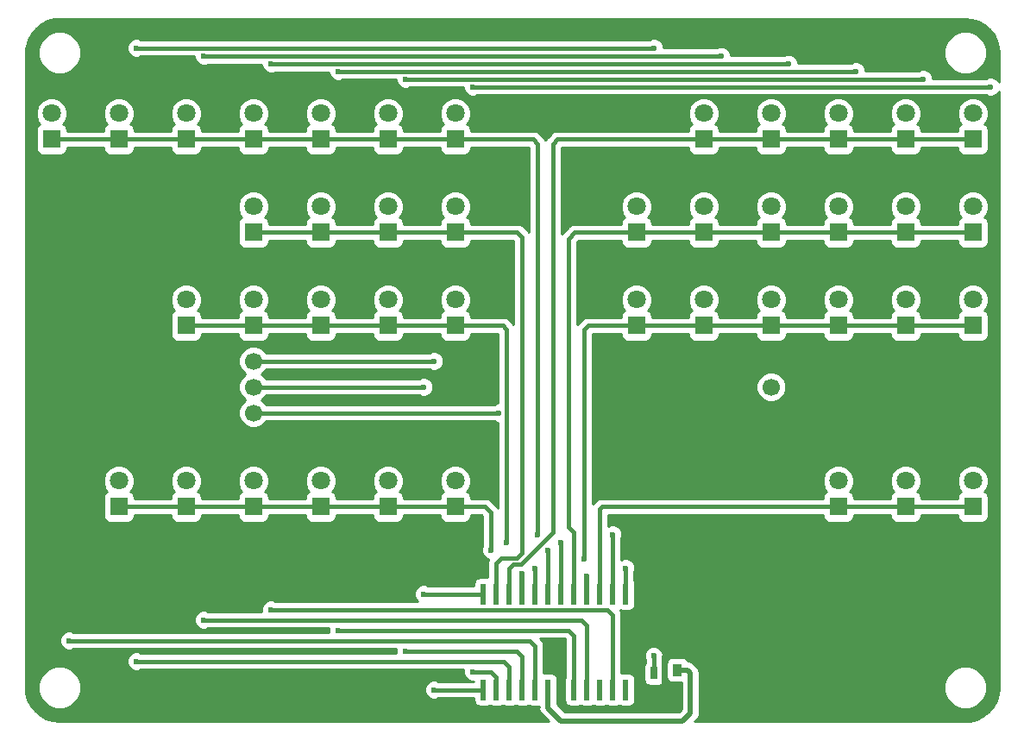
<source format=gbr>
G04 #@! TF.GenerationSoftware,KiCad,Pcbnew,(5.0.0)*
G04 #@! TF.CreationDate,2018-10-04T20:22:30-05:00*
G04 #@! TF.ProjectId,Binary_Display,42696E6172795F446973706C61792E6B,rev?*
G04 #@! TF.SameCoordinates,Original*
G04 #@! TF.FileFunction,Copper,L1,Top,Signal*
G04 #@! TF.FilePolarity,Positive*
%FSLAX46Y46*%
G04 Gerber Fmt 4.6, Leading zero omitted, Abs format (unit mm)*
G04 Created by KiCad (PCBNEW (5.0.0)) date 10/04/18 20:22:30*
%MOMM*%
%LPD*%
G01*
G04 APERTURE LIST*
G04 #@! TA.AperFunction,SMDPad,CuDef*
%ADD10R,0.600000X2.000000*%
G04 #@! TD*
G04 #@! TA.AperFunction,ComponentPad*
%ADD11R,1.800000X1.800000*%
G04 #@! TD*
G04 #@! TA.AperFunction,ComponentPad*
%ADD12C,1.800000*%
G04 #@! TD*
G04 #@! TA.AperFunction,SMDPad,CuDef*
%ADD13R,0.750000X1.200000*%
G04 #@! TD*
G04 #@! TA.AperFunction,SMDPad,CuDef*
%ADD14R,0.900000X1.200000*%
G04 #@! TD*
G04 #@! TA.AperFunction,ComponentPad*
%ADD15C,1.700000*%
G04 #@! TD*
G04 #@! TA.AperFunction,ViaPad*
%ADD16C,0.600000*%
G04 #@! TD*
G04 #@! TA.AperFunction,Conductor*
%ADD17C,0.508000*%
G04 #@! TD*
G04 #@! TA.AperFunction,Conductor*
%ADD18C,0.406400*%
G04 #@! TD*
G04 #@! TA.AperFunction,Conductor*
%ADD19C,0.254000*%
G04 #@! TD*
G04 APERTURE END LIST*
D10*
G04 #@! TO.P,U1,1*
G04 #@! TO.N,/Din*
X176276000Y-131064000D03*
G04 #@! TO.P,U1,2*
G04 #@! TO.N,Year*
X175006000Y-131064000D03*
G04 #@! TO.P,U1,3*
G04 #@! TO.N,WkDay*
X173736000Y-131064000D03*
G04 #@! TO.P,U1,4*
G04 #@! TO.N,/GND*
X172466000Y-131064000D03*
G04 #@! TO.P,U1,5*
G04 #@! TO.N,Min*
X171196000Y-131064000D03*
G04 #@! TO.P,U1,6*
G04 #@! TO.N,Day*
X169926000Y-131064000D03*
G04 #@! TO.P,U1,7*
G04 #@! TO.N,Week*
X168656000Y-131064000D03*
G04 #@! TO.P,U1,8*
G04 #@! TO.N,Sec*
X167386000Y-131064000D03*
G04 #@! TO.P,U1,9*
G04 #@! TO.N,/GND*
X166116000Y-131064000D03*
G04 #@! TO.P,U1,10*
G04 #@! TO.N,Hour*
X164846000Y-131064000D03*
G04 #@! TO.P,U1,11*
G04 #@! TO.N,Month*
X163576000Y-131064000D03*
G04 #@! TO.P,U1,12*
G04 #@! TO.N,/Load*
X162306000Y-131064000D03*
G04 #@! TO.P,U1,13*
G04 #@! TO.N,/Clk*
X162306000Y-140464000D03*
G04 #@! TO.P,U1,14*
G04 #@! TO.N,Bit_0*
X163576000Y-140464000D03*
G04 #@! TO.P,U1,15*
G04 #@! TO.N,Bit_5*
X164846000Y-140464000D03*
G04 #@! TO.P,U1,16*
G04 #@! TO.N,Bit_1*
X166116000Y-140464000D03*
G04 #@! TO.P,U1,17*
G04 #@! TO.N,Bit_6*
X167386000Y-140464000D03*
G04 #@! TO.P,U1,18*
G04 #@! TO.N,Net-(R1-Pad2)*
X168656000Y-140464000D03*
G04 #@! TO.P,U1,19*
G04 #@! TO.N,/+5V*
X169926000Y-140464000D03*
G04 #@! TO.P,U1,20*
G04 #@! TO.N,Bit_2*
X171196000Y-140464000D03*
G04 #@! TO.P,U1,21*
G04 #@! TO.N,Bit_4*
X172466000Y-140464000D03*
G04 #@! TO.P,U1,22*
G04 #@! TO.N,N/C*
X173736000Y-140464000D03*
G04 #@! TO.P,U1,23*
G04 #@! TO.N,Bit_3*
X175006000Y-140464000D03*
G04 #@! TO.P,U1,24*
G04 #@! TO.N,N/C*
X176276000Y-140464000D03*
G04 #@! TD*
D11*
G04 #@! TO.P,D31,1*
G04 #@! TO.N,Min*
X177342800Y-95580200D03*
D12*
G04 #@! TO.P,D31,2*
G04 #@! TO.N,Bit_5*
X177342800Y-93040200D03*
G04 #@! TD*
D13*
G04 #@! TO.P,C1,1*
G04 #@! TO.N,/+5V*
X179070000Y-140716000D03*
G04 #@! TO.P,C1,2*
G04 #@! TO.N,/GND*
X179070000Y-138816000D03*
G04 #@! TD*
D11*
G04 #@! TO.P,D1,1*
G04 #@! TO.N,Year*
X159562800Y-86436200D03*
D12*
G04 #@! TO.P,D1,2*
G04 #@! TO.N,Bit_0*
X159562800Y-83896200D03*
G04 #@! TD*
D11*
G04 #@! TO.P,D2,1*
G04 #@! TO.N,Year*
X152958800Y-86436200D03*
D12*
G04 #@! TO.P,D2,2*
G04 #@! TO.N,Bit_1*
X152958800Y-83896200D03*
G04 #@! TD*
D11*
G04 #@! TO.P,D3,1*
G04 #@! TO.N,Year*
X146354800Y-86436200D03*
D12*
G04 #@! TO.P,D3,2*
G04 #@! TO.N,Bit_2*
X146354800Y-83896200D03*
G04 #@! TD*
D11*
G04 #@! TO.P,D4,1*
G04 #@! TO.N,Year*
X139750800Y-86436200D03*
D12*
G04 #@! TO.P,D4,2*
G04 #@! TO.N,Bit_3*
X139750800Y-83896200D03*
G04 #@! TD*
D11*
G04 #@! TO.P,D5,1*
G04 #@! TO.N,Year*
X133146800Y-86436200D03*
D12*
G04 #@! TO.P,D5,2*
G04 #@! TO.N,Bit_4*
X133146800Y-83896200D03*
G04 #@! TD*
D11*
G04 #@! TO.P,D6,1*
G04 #@! TO.N,Year*
X126542800Y-86436200D03*
D12*
G04 #@! TO.P,D6,2*
G04 #@! TO.N,Bit_5*
X126542800Y-83896200D03*
G04 #@! TD*
D11*
G04 #@! TO.P,D7,1*
G04 #@! TO.N,Year*
X119938800Y-86436200D03*
D12*
G04 #@! TO.P,D7,2*
G04 #@! TO.N,Bit_6*
X119938800Y-83896200D03*
G04 #@! TD*
D11*
G04 #@! TO.P,D8,1*
G04 #@! TO.N,Week*
X159562800Y-122504200D03*
D12*
G04 #@! TO.P,D8,2*
G04 #@! TO.N,Bit_0*
X159562800Y-119964200D03*
G04 #@! TD*
D11*
G04 #@! TO.P,D9,1*
G04 #@! TO.N,Week*
X152958800Y-122504200D03*
D12*
G04 #@! TO.P,D9,2*
G04 #@! TO.N,Bit_1*
X152958800Y-119964200D03*
G04 #@! TD*
D11*
G04 #@! TO.P,D10,1*
G04 #@! TO.N,Week*
X146354800Y-122504200D03*
D12*
G04 #@! TO.P,D10,2*
G04 #@! TO.N,Bit_2*
X146354800Y-119964200D03*
G04 #@! TD*
D11*
G04 #@! TO.P,D11,1*
G04 #@! TO.N,Week*
X139750800Y-122504200D03*
D12*
G04 #@! TO.P,D11,2*
G04 #@! TO.N,Bit_3*
X139750800Y-119964200D03*
G04 #@! TD*
D11*
G04 #@! TO.P,D12,1*
G04 #@! TO.N,Week*
X133146800Y-122504200D03*
D12*
G04 #@! TO.P,D12,2*
G04 #@! TO.N,Bit_4*
X133146800Y-119964200D03*
G04 #@! TD*
D11*
G04 #@! TO.P,D13,1*
G04 #@! TO.N,Week*
X126542800Y-122504200D03*
D12*
G04 #@! TO.P,D13,2*
G04 #@! TO.N,Bit_5*
X126542800Y-119964200D03*
G04 #@! TD*
D11*
G04 #@! TO.P,D14,1*
G04 #@! TO.N,Hour*
X210362800Y-86436200D03*
D12*
G04 #@! TO.P,D14,2*
G04 #@! TO.N,Bit_0*
X210362800Y-83896200D03*
G04 #@! TD*
D11*
G04 #@! TO.P,D15,1*
G04 #@! TO.N,Hour*
X203758800Y-86436200D03*
D12*
G04 #@! TO.P,D15,2*
G04 #@! TO.N,Bit_1*
X203758800Y-83896200D03*
G04 #@! TD*
D11*
G04 #@! TO.P,D16,1*
G04 #@! TO.N,Hour*
X197154800Y-86436200D03*
D12*
G04 #@! TO.P,D16,2*
G04 #@! TO.N,Bit_2*
X197154800Y-83896200D03*
G04 #@! TD*
D11*
G04 #@! TO.P,D17,1*
G04 #@! TO.N,Hour*
X190550800Y-86436200D03*
D12*
G04 #@! TO.P,D17,2*
G04 #@! TO.N,Bit_3*
X190550800Y-83896200D03*
G04 #@! TD*
D11*
G04 #@! TO.P,D18,1*
G04 #@! TO.N,Hour*
X183946800Y-86436200D03*
D12*
G04 #@! TO.P,D18,2*
G04 #@! TO.N,Bit_4*
X183946800Y-83896200D03*
G04 #@! TD*
D11*
G04 #@! TO.P,D19,1*
G04 #@! TO.N,Month*
X159562800Y-95580200D03*
D12*
G04 #@! TO.P,D19,2*
G04 #@! TO.N,Bit_0*
X159562800Y-93040200D03*
G04 #@! TD*
D11*
G04 #@! TO.P,D20,1*
G04 #@! TO.N,Month*
X152958800Y-95580200D03*
D12*
G04 #@! TO.P,D20,2*
G04 #@! TO.N,Bit_1*
X152958800Y-93040200D03*
G04 #@! TD*
D11*
G04 #@! TO.P,D21,1*
G04 #@! TO.N,Month*
X146354800Y-95580200D03*
D12*
G04 #@! TO.P,D21,2*
G04 #@! TO.N,Bit_2*
X146354800Y-93040200D03*
G04 #@! TD*
D11*
G04 #@! TO.P,D22,1*
G04 #@! TO.N,Month*
X139750800Y-95580200D03*
D12*
G04 #@! TO.P,D22,2*
G04 #@! TO.N,Bit_3*
X139750800Y-93040200D03*
G04 #@! TD*
D11*
G04 #@! TO.P,D23,1*
G04 #@! TO.N,WkDay*
X210362800Y-122504200D03*
D12*
G04 #@! TO.P,D23,2*
G04 #@! TO.N,Bit_0*
X210362800Y-119964200D03*
G04 #@! TD*
D11*
G04 #@! TO.P,D24,1*
G04 #@! TO.N,WkDay*
X203758800Y-122504200D03*
D12*
G04 #@! TO.P,D24,2*
G04 #@! TO.N,Bit_1*
X203758800Y-119964200D03*
G04 #@! TD*
D11*
G04 #@! TO.P,D25,1*
G04 #@! TO.N,WkDay*
X197154800Y-122504200D03*
D12*
G04 #@! TO.P,D25,2*
G04 #@! TO.N,Bit_2*
X197154800Y-119964200D03*
G04 #@! TD*
D11*
G04 #@! TO.P,D26,1*
G04 #@! TO.N,Min*
X210362800Y-95580200D03*
D12*
G04 #@! TO.P,D26,2*
G04 #@! TO.N,Bit_0*
X210362800Y-93040200D03*
G04 #@! TD*
D11*
G04 #@! TO.P,D27,1*
G04 #@! TO.N,Min*
X203758800Y-95580200D03*
D12*
G04 #@! TO.P,D27,2*
G04 #@! TO.N,Bit_1*
X203758800Y-93040200D03*
G04 #@! TD*
D11*
G04 #@! TO.P,D28,1*
G04 #@! TO.N,Min*
X197154800Y-95580200D03*
D12*
G04 #@! TO.P,D28,2*
G04 #@! TO.N,Bit_2*
X197154800Y-93040200D03*
G04 #@! TD*
D11*
G04 #@! TO.P,D29,1*
G04 #@! TO.N,Min*
X190550800Y-95580200D03*
D12*
G04 #@! TO.P,D29,2*
G04 #@! TO.N,Bit_3*
X190550800Y-93040200D03*
G04 #@! TD*
D11*
G04 #@! TO.P,D30,1*
G04 #@! TO.N,Min*
X183946800Y-95580200D03*
D12*
G04 #@! TO.P,D30,2*
G04 #@! TO.N,Bit_4*
X183946800Y-93040200D03*
G04 #@! TD*
D11*
G04 #@! TO.P,D32,1*
G04 #@! TO.N,Day*
X159562800Y-104724200D03*
D12*
G04 #@! TO.P,D32,2*
G04 #@! TO.N,Bit_0*
X159562800Y-102184200D03*
G04 #@! TD*
D11*
G04 #@! TO.P,D33,1*
G04 #@! TO.N,Day*
X152958800Y-104724200D03*
D12*
G04 #@! TO.P,D33,2*
G04 #@! TO.N,Bit_1*
X152958800Y-102184200D03*
G04 #@! TD*
D11*
G04 #@! TO.P,D34,1*
G04 #@! TO.N,Day*
X146354800Y-104724200D03*
D12*
G04 #@! TO.P,D34,2*
G04 #@! TO.N,Bit_2*
X146354800Y-102184200D03*
G04 #@! TD*
D11*
G04 #@! TO.P,D35,1*
G04 #@! TO.N,Day*
X139750800Y-104724200D03*
D12*
G04 #@! TO.P,D35,2*
G04 #@! TO.N,Bit_3*
X139750800Y-102184200D03*
G04 #@! TD*
D11*
G04 #@! TO.P,D36,1*
G04 #@! TO.N,Day*
X133146800Y-104724200D03*
D12*
G04 #@! TO.P,D36,2*
G04 #@! TO.N,Bit_4*
X133146800Y-102184200D03*
G04 #@! TD*
D11*
G04 #@! TO.P,D37,1*
G04 #@! TO.N,Sec*
X210362800Y-104724200D03*
D12*
G04 #@! TO.P,D37,2*
G04 #@! TO.N,Bit_0*
X210362800Y-102184200D03*
G04 #@! TD*
D11*
G04 #@! TO.P,D38,1*
G04 #@! TO.N,Sec*
X203758800Y-104724200D03*
D12*
G04 #@! TO.P,D38,2*
G04 #@! TO.N,Bit_1*
X203758800Y-102184200D03*
G04 #@! TD*
D11*
G04 #@! TO.P,D39,1*
G04 #@! TO.N,Sec*
X197154800Y-104724200D03*
D12*
G04 #@! TO.P,D39,2*
G04 #@! TO.N,Bit_2*
X197154800Y-102184200D03*
G04 #@! TD*
D11*
G04 #@! TO.P,D40,1*
G04 #@! TO.N,Sec*
X190550800Y-104724200D03*
D12*
G04 #@! TO.P,D40,2*
G04 #@! TO.N,Bit_3*
X190550800Y-102184200D03*
G04 #@! TD*
D11*
G04 #@! TO.P,D41,1*
G04 #@! TO.N,Sec*
X183946800Y-104724200D03*
D12*
G04 #@! TO.P,D41,2*
G04 #@! TO.N,Bit_4*
X183946800Y-102184200D03*
G04 #@! TD*
D11*
G04 #@! TO.P,D42,1*
G04 #@! TO.N,Sec*
X177342800Y-104724200D03*
D12*
G04 #@! TO.P,D42,2*
G04 #@! TO.N,Bit_5*
X177342800Y-102184200D03*
G04 #@! TD*
D14*
G04 #@! TO.P,R1,1*
G04 #@! TO.N,/+5V*
X181356000Y-140716000D03*
G04 #@! TO.P,R1,2*
G04 #@! TO.N,Net-(R1-Pad2)*
X181356000Y-138516000D03*
G04 #@! TD*
D15*
G04 #@! TO.P,J1,CS*
G04 #@! TO.N,/Load*
X139750800Y-110744000D03*
G04 #@! TO.P,J1,CLK*
G04 #@! TO.N,/Clk*
X139750800Y-108204000D03*
G04 #@! TO.P,J1,DIN*
G04 #@! TO.N,/Din*
X139750800Y-113284000D03*
G04 #@! TO.P,J1,GND*
G04 #@! TO.N,/GND*
X190550800Y-110744000D03*
G04 #@! TO.P,J1,VCC*
G04 #@! TO.N,/+5V*
X190550800Y-108204000D03*
G04 #@! TD*
D16*
G04 #@! TO.N,/GND*
X179019200Y-137109200D03*
X166116000Y-129032000D03*
X172466000Y-129286000D03*
G04 #@! TO.N,/Din*
X176276000Y-128524000D03*
X163830000Y-113284000D03*
G04 #@! TO.N,/Load*
X156464000Y-131064000D03*
X156464000Y-110744000D03*
G04 #@! TO.N,/Clk*
X157480000Y-140462000D03*
X157480000Y-108204000D03*
G04 #@! TO.N,Year*
X167640000Y-125222000D03*
X175006000Y-125222000D03*
G04 #@! TO.N,Bit_0*
X161290000Y-138684000D03*
X212090000Y-81280000D03*
X161290000Y-81280000D03*
G04 #@! TO.N,Bit_1*
X154686000Y-136652000D03*
X205486000Y-80518000D03*
X154686000Y-80518000D03*
G04 #@! TO.N,Bit_2*
X148082000Y-134620000D03*
X148082000Y-79756000D03*
X198882000Y-79756000D03*
G04 #@! TO.N,Bit_3*
X141478000Y-132588000D03*
X141478000Y-79019400D03*
X192278000Y-79019400D03*
G04 #@! TO.N,Bit_4*
X134874000Y-133604000D03*
X134874000Y-78257400D03*
X185674000Y-78257400D03*
G04 #@! TO.N,Bit_5*
X128270000Y-137668000D03*
X128270000Y-77470000D03*
X179070000Y-77470000D03*
G04 #@! TO.N,Bit_6*
X121666000Y-135636000D03*
G04 #@! TO.N,Week*
X163068000Y-126746000D03*
X168656000Y-126746000D03*
G04 #@! TO.N,Day*
X164592000Y-125984000D03*
X169926000Y-125984000D03*
G04 #@! TO.N,Sec*
X172212000Y-127609600D03*
X167386000Y-128524000D03*
G04 #@! TD*
D17*
G04 #@! TO.N,/+5V*
X180086000Y-140716000D02*
X181356000Y-140716000D01*
X179070000Y-140716000D02*
X180086000Y-140716000D01*
X180086000Y-140716000D02*
X180086000Y-137160000D01*
X170434000Y-142494000D02*
X169926000Y-141986000D01*
X169926000Y-141986000D02*
X169926000Y-140464000D01*
X178562000Y-142494000D02*
X170434000Y-142494000D01*
X179070000Y-141986000D02*
X178562000Y-142494000D01*
X179070000Y-140716000D02*
X179070000Y-141986000D01*
D18*
G04 #@! TO.N,/GND*
X179070000Y-138816000D02*
X179070000Y-137160000D01*
X179070000Y-137160000D02*
X179019200Y-137109200D01*
D17*
X166116000Y-131064000D02*
X166116000Y-129032000D01*
X172466000Y-131064000D02*
X172466000Y-129286000D01*
D18*
G04 #@! TO.N,/Din*
X176276000Y-128524000D02*
X176276000Y-131064000D01*
X140952881Y-113284000D02*
X163830000Y-113284000D01*
X139750800Y-113284000D02*
X140952881Y-113284000D01*
G04 #@! TO.N,/Load*
X156464000Y-131064000D02*
X162306000Y-131064000D01*
X140952881Y-110744000D02*
X156464000Y-110744000D01*
X139750800Y-110744000D02*
X140952881Y-110744000D01*
G04 #@! TO.N,/Clk*
X157480000Y-140462000D02*
X159969200Y-140462000D01*
X159969200Y-140462000D02*
X159971200Y-140464000D01*
X147726400Y-108204000D02*
X157480000Y-108204000D01*
X162306000Y-140464000D02*
X159971200Y-140464000D01*
X139750800Y-108204000D02*
X147726400Y-108204000D01*
G04 #@! TO.N,Year*
X167640000Y-125222000D02*
X167640000Y-86868000D01*
X167640000Y-86868000D02*
X167208200Y-86436200D01*
X160869200Y-86436200D02*
X159562800Y-86436200D01*
X167208200Y-86436200D02*
X160869200Y-86436200D01*
X175006000Y-131064000D02*
X175006000Y-125222000D01*
X126542800Y-86436200D02*
X125236400Y-86436200D01*
X125236400Y-86436200D02*
X119938800Y-86436200D01*
X133146800Y-86436200D02*
X126542800Y-86436200D01*
X139750800Y-86436200D02*
X133146800Y-86436200D01*
X146354800Y-86436200D02*
X145048400Y-86436200D01*
X145048400Y-86436200D02*
X139750800Y-86436200D01*
X152958800Y-86436200D02*
X146354800Y-86436200D01*
X159562800Y-86436200D02*
X152958800Y-86436200D01*
G04 #@! TO.N,Bit_0*
X163068000Y-138684000D02*
X161290000Y-138684000D01*
X163576000Y-139192000D02*
X163068000Y-138684000D01*
X163576000Y-140464000D02*
X163576000Y-139192000D01*
X207746600Y-81280000D02*
X212090000Y-81280000D01*
X161714264Y-81280000D02*
X207746600Y-81280000D01*
X161290000Y-81280000D02*
X161714264Y-81280000D01*
G04 #@! TO.N,Bit_1*
X160274000Y-136652000D02*
X159004000Y-136652000D01*
X159004000Y-136652000D02*
X158750000Y-136652000D01*
X154686000Y-136652000D02*
X159004000Y-136652000D01*
X165608000Y-136652000D02*
X160274000Y-136652000D01*
X166116000Y-137160000D02*
X165608000Y-136652000D01*
X166116000Y-140464000D02*
X166116000Y-137160000D01*
X154686000Y-80518000D02*
X205486000Y-80518000D01*
G04 #@! TO.N,Bit_2*
X158750000Y-134620000D02*
X148082000Y-134620000D01*
X170688000Y-134620000D02*
X158750000Y-134620000D01*
X171196000Y-135128000D02*
X170688000Y-134620000D01*
X171196000Y-139057600D02*
X171196000Y-135128000D01*
X171196000Y-140464000D02*
X171196000Y-139057600D01*
X198882000Y-79756000D02*
X148082000Y-79756000D01*
G04 #@! TO.N,Bit_3*
X158750000Y-132588000D02*
X141478000Y-132588000D01*
X172720000Y-132588000D02*
X158750000Y-132588000D01*
X174498000Y-132588000D02*
X172720000Y-132588000D01*
X175006000Y-133096000D02*
X174498000Y-132588000D01*
X175006000Y-135794408D02*
X175006000Y-133096000D01*
X175006000Y-139057600D02*
X175006000Y-135794408D01*
X175006000Y-140464000D02*
X175006000Y-139057600D01*
X192278000Y-79019400D02*
X141478000Y-79019400D01*
G04 #@! TO.N,Bit_4*
X134874000Y-133604000D02*
X171958000Y-133604000D01*
X171958000Y-133604000D02*
X172466000Y-134112000D01*
X172466000Y-134112000D02*
X172466000Y-140464000D01*
X185674000Y-78257400D02*
X134874000Y-78257400D01*
G04 #@! TO.N,Bit_5*
X158750000Y-137668000D02*
X128270000Y-137668000D01*
X164338000Y-137668000D02*
X158750000Y-137668000D01*
X164846000Y-138176000D02*
X164338000Y-137668000D01*
X164846000Y-138684000D02*
X164846000Y-138176000D01*
X164846000Y-139057600D02*
X164846000Y-138684000D01*
X164846000Y-140464000D02*
X164846000Y-139057600D01*
X134620662Y-77470000D02*
X128270000Y-77470000D01*
X178645736Y-77470000D02*
X134620662Y-77470000D01*
X179070000Y-77470000D02*
X178645736Y-77470000D01*
G04 #@! TO.N,Bit_6*
X121666000Y-135636000D02*
X166878000Y-135636000D01*
X166878000Y-135636000D02*
X167386000Y-136144000D01*
X167386000Y-136144000D02*
X167386000Y-139057600D01*
X167386000Y-139057600D02*
X167386000Y-140464000D01*
G04 #@! TO.N,Week*
X163068000Y-126746000D02*
X163068000Y-123088400D01*
X163068000Y-123088400D02*
X162483800Y-122504200D01*
X162483800Y-122504200D02*
X160869200Y-122504200D01*
X160869200Y-122504200D02*
X159562800Y-122504200D01*
X168656000Y-131064000D02*
X168656000Y-126746000D01*
X152958800Y-122504200D02*
X159562800Y-122504200D01*
X146354800Y-122504200D02*
X152958800Y-122504200D01*
X139750800Y-122504200D02*
X146354800Y-122504200D01*
X133146800Y-122504200D02*
X139750800Y-122504200D01*
X126542800Y-122504200D02*
X133146800Y-122504200D01*
G04 #@! TO.N,Hour*
X164846000Y-131064000D02*
X164846000Y-128524000D01*
X164846000Y-128524000D02*
X165255590Y-128114410D01*
X165255590Y-128114410D02*
X166017590Y-128114410D01*
X166017590Y-128114410D02*
X169164000Y-124968000D01*
X169164000Y-124968000D02*
X169164000Y-86868000D01*
X169164000Y-86868000D02*
X169595800Y-86436200D01*
X169595800Y-86436200D02*
X182640400Y-86436200D01*
X182640400Y-86436200D02*
X183946800Y-86436200D01*
X190550800Y-86436200D02*
X183946800Y-86436200D01*
X197154800Y-86436200D02*
X195848400Y-86436200D01*
X195848400Y-86436200D02*
X190550800Y-86436200D01*
X203758800Y-86436200D02*
X197154800Y-86436200D01*
X210362800Y-86436200D02*
X203758800Y-86436200D01*
G04 #@! TO.N,Month*
X165608000Y-127508000D02*
X164084000Y-127508000D01*
X163576000Y-128016000D02*
X163576000Y-131064000D01*
X164084000Y-127508000D02*
X163576000Y-128016000D01*
X165608000Y-127508000D02*
X166116000Y-127000000D01*
X166116000Y-96062800D02*
X166116000Y-127000000D01*
X159562800Y-95580200D02*
X165633400Y-95580200D01*
X165633400Y-95580200D02*
X166116000Y-96062800D01*
X152958800Y-95580200D02*
X154265200Y-95580200D01*
X154265200Y-95580200D02*
X159562800Y-95580200D01*
X146354800Y-95580200D02*
X152958800Y-95580200D01*
X146354800Y-95580200D02*
X145048400Y-95580200D01*
X145048400Y-95580200D02*
X139750800Y-95580200D01*
G04 #@! TO.N,WkDay*
X173736000Y-124460000D02*
X173736000Y-131064000D01*
X173736000Y-122732800D02*
X173736000Y-124460000D01*
X173964600Y-122504200D02*
X173736000Y-122732800D01*
X197154800Y-122504200D02*
X173964600Y-122504200D01*
X203758800Y-122504200D02*
X210362800Y-122504200D01*
X197154800Y-122504200D02*
X198461200Y-122504200D01*
X198461200Y-122504200D02*
X203758800Y-122504200D01*
G04 #@! TO.N,Min*
X171196000Y-131064000D02*
X171196000Y-124968000D01*
X171196000Y-124968000D02*
X170688000Y-124460000D01*
X170688000Y-124460000D02*
X170688000Y-96189800D01*
X170688000Y-96189800D02*
X171297600Y-95580200D01*
X171297600Y-95580200D02*
X177342800Y-95580200D01*
X210362800Y-95580200D02*
X209056400Y-95580200D01*
X209056400Y-95580200D02*
X203758800Y-95580200D01*
X203758800Y-95580200D02*
X197154800Y-95580200D01*
X190550800Y-95580200D02*
X191857200Y-95580200D01*
X191857200Y-95580200D02*
X197154800Y-95580200D01*
X183946800Y-95580200D02*
X185253200Y-95580200D01*
X185253200Y-95580200D02*
X190550800Y-95580200D01*
X177342800Y-95580200D02*
X183946800Y-95580200D01*
G04 #@! TO.N,Day*
X164592000Y-125984000D02*
X164592000Y-105105200D01*
X164592000Y-105105200D02*
X164211000Y-104724200D01*
X164211000Y-104724200D02*
X160869200Y-104724200D01*
X160869200Y-104724200D02*
X159562800Y-104724200D01*
X169926000Y-131064000D02*
X169926000Y-125984000D01*
X159562800Y-104724200D02*
X152958800Y-104724200D01*
X152958800Y-104724200D02*
X146354800Y-104724200D01*
X146354800Y-104724200D02*
X145048400Y-104724200D01*
X145048400Y-104724200D02*
X139750800Y-104724200D01*
X133146800Y-104724200D02*
X134453200Y-104724200D01*
X134453200Y-104724200D02*
X139750800Y-104724200D01*
G04 #@! TO.N,Sec*
X172212000Y-124460000D02*
X172212000Y-127609600D01*
X172212000Y-105105200D02*
X172212000Y-124206000D01*
X172212000Y-124206000D02*
X172212000Y-124460000D01*
X167386000Y-131064000D02*
X167386000Y-128524000D01*
X172593000Y-104724200D02*
X172212000Y-105105200D01*
X176036400Y-104724200D02*
X172593000Y-104724200D01*
X177342800Y-104724200D02*
X176036400Y-104724200D01*
X183946800Y-104724200D02*
X182640400Y-104724200D01*
X182640400Y-104724200D02*
X177342800Y-104724200D01*
X190550800Y-104724200D02*
X189244400Y-104724200D01*
X189244400Y-104724200D02*
X183946800Y-104724200D01*
X197154800Y-104724200D02*
X195848400Y-104724200D01*
X195848400Y-104724200D02*
X190550800Y-104724200D01*
X203758800Y-104724200D02*
X202452400Y-104724200D01*
X202452400Y-104724200D02*
X197154800Y-104724200D01*
X210362800Y-104724200D02*
X203758800Y-104724200D01*
D17*
G04 #@! TO.N,Net-(R1-Pad2)*
X182626000Y-142748000D02*
X182626000Y-138828000D01*
X169926000Y-143510000D02*
X181864000Y-143510000D01*
X182626000Y-142748000D02*
X181864000Y-143510000D01*
X168656000Y-140464000D02*
X168656000Y-142240000D01*
X168656000Y-142240000D02*
X169926000Y-143510000D01*
X182626000Y-138828000D02*
X182314000Y-138516000D01*
X182314000Y-138516000D02*
X181356000Y-138516000D01*
G04 #@! TD*
D19*
G04 #@! TO.N,/+5V*
G36*
X210264263Y-74695046D02*
X210900631Y-74894471D01*
X211483895Y-75217779D01*
X211990239Y-75651768D01*
X212398973Y-76178705D01*
X212693407Y-76777073D01*
X212863712Y-77430887D01*
X212904001Y-77954483D01*
X212904001Y-80801899D01*
X212882655Y-80750365D01*
X212619635Y-80487345D01*
X212275983Y-80345000D01*
X211904017Y-80345000D01*
X211670321Y-80441800D01*
X206421000Y-80441800D01*
X206421000Y-80332017D01*
X206278655Y-79988365D01*
X206015635Y-79725345D01*
X205671983Y-79583000D01*
X205300017Y-79583000D01*
X205066321Y-79679800D01*
X199817000Y-79679800D01*
X199817000Y-79570017D01*
X199674655Y-79226365D01*
X199411635Y-78963345D01*
X199067983Y-78821000D01*
X198696017Y-78821000D01*
X198462321Y-78917800D01*
X193213000Y-78917800D01*
X193213000Y-78833417D01*
X193070655Y-78489765D01*
X192807635Y-78226745D01*
X192463983Y-78084400D01*
X192092017Y-78084400D01*
X191858321Y-78181200D01*
X186609000Y-78181200D01*
X186609000Y-78071417D01*
X186466655Y-77727765D01*
X186251823Y-77512933D01*
X207487520Y-77512933D01*
X207487520Y-78351627D01*
X207808474Y-79126479D01*
X208401521Y-79719526D01*
X209176373Y-80040480D01*
X210015067Y-80040480D01*
X210789919Y-79719526D01*
X211382966Y-79126479D01*
X211703920Y-78351627D01*
X211703920Y-77512933D01*
X211382966Y-76738081D01*
X210789919Y-76145034D01*
X210015067Y-75824080D01*
X209176373Y-75824080D01*
X208401521Y-76145034D01*
X207808474Y-76738081D01*
X207487520Y-77512933D01*
X186251823Y-77512933D01*
X186203635Y-77464745D01*
X185859983Y-77322400D01*
X185488017Y-77322400D01*
X185254321Y-77419200D01*
X180005000Y-77419200D01*
X180005000Y-77284017D01*
X179862655Y-76940365D01*
X179599635Y-76677345D01*
X179255983Y-76535000D01*
X178884017Y-76535000D01*
X178650321Y-76631800D01*
X128689679Y-76631800D01*
X128455983Y-76535000D01*
X128084017Y-76535000D01*
X127740365Y-76677345D01*
X127477345Y-76940365D01*
X127335000Y-77284017D01*
X127335000Y-77655983D01*
X127477345Y-77999635D01*
X127740365Y-78262655D01*
X128084017Y-78405000D01*
X128455983Y-78405000D01*
X128689679Y-78308200D01*
X133939000Y-78308200D01*
X133939000Y-78443383D01*
X134081345Y-78787035D01*
X134344365Y-79050055D01*
X134688017Y-79192400D01*
X135059983Y-79192400D01*
X135293679Y-79095600D01*
X140543000Y-79095600D01*
X140543000Y-79205383D01*
X140685345Y-79549035D01*
X140948365Y-79812055D01*
X141292017Y-79954400D01*
X141663983Y-79954400D01*
X141897679Y-79857600D01*
X147147000Y-79857600D01*
X147147000Y-79941983D01*
X147289345Y-80285635D01*
X147552365Y-80548655D01*
X147896017Y-80691000D01*
X148267983Y-80691000D01*
X148501679Y-80594200D01*
X153751000Y-80594200D01*
X153751000Y-80703983D01*
X153893345Y-81047635D01*
X154156365Y-81310655D01*
X154500017Y-81453000D01*
X154871983Y-81453000D01*
X155105679Y-81356200D01*
X160355000Y-81356200D01*
X160355000Y-81465983D01*
X160497345Y-81809635D01*
X160760365Y-82072655D01*
X161104017Y-82215000D01*
X161475983Y-82215000D01*
X161709679Y-82118200D01*
X211670321Y-82118200D01*
X211904017Y-82215000D01*
X212275983Y-82215000D01*
X212619635Y-82072655D01*
X212882655Y-81809635D01*
X212904001Y-81758101D01*
X212904000Y-140222836D01*
X212832954Y-140922264D01*
X212633529Y-141558631D01*
X212310220Y-142141897D01*
X211876230Y-142648241D01*
X211349292Y-143056976D01*
X210750929Y-143351405D01*
X210097114Y-143521712D01*
X209573530Y-143562000D01*
X183069236Y-143562000D01*
X183192707Y-143438529D01*
X183266933Y-143388933D01*
X183463419Y-143094870D01*
X183515000Y-142835556D01*
X183515000Y-142835555D01*
X183532416Y-142748000D01*
X183515000Y-142660445D01*
X183515000Y-139834373D01*
X207487520Y-139834373D01*
X207487520Y-140673067D01*
X207808474Y-141447919D01*
X208401521Y-142040966D01*
X209176373Y-142361920D01*
X210015067Y-142361920D01*
X210789919Y-142040966D01*
X211382966Y-141447919D01*
X211703920Y-140673067D01*
X211703920Y-139834373D01*
X211382966Y-139059521D01*
X210789919Y-138466474D01*
X210015067Y-138145520D01*
X209176373Y-138145520D01*
X208401521Y-138466474D01*
X207808474Y-139059521D01*
X207487520Y-139834373D01*
X183515000Y-139834373D01*
X183515000Y-138915556D01*
X183532416Y-138828000D01*
X183463419Y-138481130D01*
X183444818Y-138453292D01*
X183266933Y-138187067D01*
X183192704Y-138137469D01*
X183004531Y-137949296D01*
X182954933Y-137875067D01*
X182660870Y-137678581D01*
X182401556Y-137627000D01*
X182401555Y-137627000D01*
X182372780Y-137621276D01*
X182263809Y-137458191D01*
X182053765Y-137317843D01*
X181806000Y-137268560D01*
X180906000Y-137268560D01*
X180658235Y-137317843D01*
X180448191Y-137458191D01*
X180307843Y-137668235D01*
X180258560Y-137916000D01*
X180258560Y-139116000D01*
X180307843Y-139363765D01*
X180448191Y-139573809D01*
X180658235Y-139714157D01*
X180906000Y-139763440D01*
X181737001Y-139763440D01*
X181737000Y-142379764D01*
X181495765Y-142621000D01*
X170294236Y-142621000D01*
X169545000Y-141871765D01*
X169545000Y-141725469D01*
X169554157Y-141711765D01*
X169603440Y-141464000D01*
X169603440Y-139464000D01*
X169554157Y-139216235D01*
X169413809Y-139006191D01*
X169203765Y-138865843D01*
X168956000Y-138816560D01*
X168356000Y-138816560D01*
X168224200Y-138842776D01*
X168224200Y-136226548D01*
X168240620Y-136143999D01*
X168224200Y-136061450D01*
X168224200Y-136061446D01*
X168175567Y-135816951D01*
X167990308Y-135539692D01*
X167920322Y-135492929D01*
X167885593Y-135458200D01*
X170340807Y-135458200D01*
X170357801Y-135475194D01*
X170357800Y-139126504D01*
X170297843Y-139216235D01*
X170248560Y-139464000D01*
X170248560Y-141464000D01*
X170297843Y-141711765D01*
X170438191Y-141921809D01*
X170648235Y-142062157D01*
X170896000Y-142111440D01*
X171496000Y-142111440D01*
X171743765Y-142062157D01*
X171831000Y-142003868D01*
X171918235Y-142062157D01*
X172166000Y-142111440D01*
X172766000Y-142111440D01*
X173013765Y-142062157D01*
X173101000Y-142003868D01*
X173188235Y-142062157D01*
X173436000Y-142111440D01*
X174036000Y-142111440D01*
X174283765Y-142062157D01*
X174371000Y-142003868D01*
X174458235Y-142062157D01*
X174706000Y-142111440D01*
X175306000Y-142111440D01*
X175553765Y-142062157D01*
X175641000Y-142003868D01*
X175728235Y-142062157D01*
X175976000Y-142111440D01*
X176576000Y-142111440D01*
X176823765Y-142062157D01*
X177033809Y-141921809D01*
X177174157Y-141711765D01*
X177223440Y-141464000D01*
X177223440Y-139464000D01*
X177174157Y-139216235D01*
X177033809Y-139006191D01*
X176823765Y-138865843D01*
X176576000Y-138816560D01*
X175976000Y-138816560D01*
X175844200Y-138842776D01*
X175844200Y-138216000D01*
X178047560Y-138216000D01*
X178047560Y-139416000D01*
X178096843Y-139663765D01*
X178237191Y-139873809D01*
X178447235Y-140014157D01*
X178695000Y-140063440D01*
X179445000Y-140063440D01*
X179692765Y-140014157D01*
X179902809Y-139873809D01*
X180043157Y-139663765D01*
X180092440Y-139416000D01*
X180092440Y-138216000D01*
X180043157Y-137968235D01*
X179908200Y-137766259D01*
X179908200Y-137406237D01*
X179954200Y-137295183D01*
X179954200Y-136923217D01*
X179811855Y-136579565D01*
X179548835Y-136316545D01*
X179205183Y-136174200D01*
X178833217Y-136174200D01*
X178489565Y-136316545D01*
X178226545Y-136579565D01*
X178084200Y-136923217D01*
X178084200Y-137295183D01*
X178226545Y-137638835D01*
X178231801Y-137644091D01*
X178231801Y-137766258D01*
X178096843Y-137968235D01*
X178047560Y-138216000D01*
X175844200Y-138216000D01*
X175844200Y-133178548D01*
X175860620Y-133095999D01*
X175844200Y-133013450D01*
X175844200Y-133013446D01*
X175795567Y-132768951D01*
X175720962Y-132657298D01*
X175728235Y-132662157D01*
X175976000Y-132711440D01*
X176576000Y-132711440D01*
X176823765Y-132662157D01*
X177033809Y-132521809D01*
X177174157Y-132311765D01*
X177223440Y-132064000D01*
X177223440Y-130064000D01*
X177174157Y-129816235D01*
X177114200Y-129726504D01*
X177114200Y-128943679D01*
X177211000Y-128709983D01*
X177211000Y-128338017D01*
X177068655Y-127994365D01*
X176805635Y-127731345D01*
X176461983Y-127589000D01*
X176090017Y-127589000D01*
X175844200Y-127690821D01*
X175844200Y-125641679D01*
X175941000Y-125407983D01*
X175941000Y-125036017D01*
X175798655Y-124692365D01*
X175535635Y-124429345D01*
X175191983Y-124287000D01*
X174820017Y-124287000D01*
X174574200Y-124388821D01*
X174574200Y-123342400D01*
X195607360Y-123342400D01*
X195607360Y-123404200D01*
X195656643Y-123651965D01*
X195796991Y-123862009D01*
X196007035Y-124002357D01*
X196254800Y-124051640D01*
X198054800Y-124051640D01*
X198302565Y-124002357D01*
X198512609Y-123862009D01*
X198652957Y-123651965D01*
X198702240Y-123404200D01*
X198702240Y-123342400D01*
X202211360Y-123342400D01*
X202211360Y-123404200D01*
X202260643Y-123651965D01*
X202400991Y-123862009D01*
X202611035Y-124002357D01*
X202858800Y-124051640D01*
X204658800Y-124051640D01*
X204906565Y-124002357D01*
X205116609Y-123862009D01*
X205256957Y-123651965D01*
X205306240Y-123404200D01*
X205306240Y-123342400D01*
X208815360Y-123342400D01*
X208815360Y-123404200D01*
X208864643Y-123651965D01*
X209004991Y-123862009D01*
X209215035Y-124002357D01*
X209462800Y-124051640D01*
X211262800Y-124051640D01*
X211510565Y-124002357D01*
X211720609Y-123862009D01*
X211860957Y-123651965D01*
X211910240Y-123404200D01*
X211910240Y-121604200D01*
X211860957Y-121356435D01*
X211720609Y-121146391D01*
X211510565Y-121006043D01*
X211494892Y-121002925D01*
X211664110Y-120833707D01*
X211897800Y-120269530D01*
X211897800Y-119658870D01*
X211664110Y-119094693D01*
X211232307Y-118662890D01*
X210668130Y-118429200D01*
X210057470Y-118429200D01*
X209493293Y-118662890D01*
X209061490Y-119094693D01*
X208827800Y-119658870D01*
X208827800Y-120269530D01*
X209061490Y-120833707D01*
X209230708Y-121002925D01*
X209215035Y-121006043D01*
X209004991Y-121146391D01*
X208864643Y-121356435D01*
X208815360Y-121604200D01*
X208815360Y-121666000D01*
X205306240Y-121666000D01*
X205306240Y-121604200D01*
X205256957Y-121356435D01*
X205116609Y-121146391D01*
X204906565Y-121006043D01*
X204890892Y-121002925D01*
X205060110Y-120833707D01*
X205293800Y-120269530D01*
X205293800Y-119658870D01*
X205060110Y-119094693D01*
X204628307Y-118662890D01*
X204064130Y-118429200D01*
X203453470Y-118429200D01*
X202889293Y-118662890D01*
X202457490Y-119094693D01*
X202223800Y-119658870D01*
X202223800Y-120269530D01*
X202457490Y-120833707D01*
X202626708Y-121002925D01*
X202611035Y-121006043D01*
X202400991Y-121146391D01*
X202260643Y-121356435D01*
X202211360Y-121604200D01*
X202211360Y-121666000D01*
X198702240Y-121666000D01*
X198702240Y-121604200D01*
X198652957Y-121356435D01*
X198512609Y-121146391D01*
X198302565Y-121006043D01*
X198286892Y-121002925D01*
X198456110Y-120833707D01*
X198689800Y-120269530D01*
X198689800Y-119658870D01*
X198456110Y-119094693D01*
X198024307Y-118662890D01*
X197460130Y-118429200D01*
X196849470Y-118429200D01*
X196285293Y-118662890D01*
X195853490Y-119094693D01*
X195619800Y-119658870D01*
X195619800Y-120269530D01*
X195853490Y-120833707D01*
X196022708Y-121002925D01*
X196007035Y-121006043D01*
X195796991Y-121146391D01*
X195656643Y-121356435D01*
X195607360Y-121604200D01*
X195607360Y-121666000D01*
X174047148Y-121666000D01*
X173964599Y-121649580D01*
X173882050Y-121666000D01*
X173882046Y-121666000D01*
X173637551Y-121714633D01*
X173360292Y-121899892D01*
X173313528Y-121969879D01*
X173201679Y-122081728D01*
X173131692Y-122128492D01*
X173050200Y-122250454D01*
X173050200Y-110448615D01*
X189065800Y-110448615D01*
X189065800Y-111039385D01*
X189291878Y-111585185D01*
X189709615Y-112002922D01*
X190255415Y-112229000D01*
X190846185Y-112229000D01*
X191391985Y-112002922D01*
X191809722Y-111585185D01*
X192035800Y-111039385D01*
X192035800Y-110448615D01*
X191809722Y-109902815D01*
X191391985Y-109485078D01*
X190846185Y-109259000D01*
X190255415Y-109259000D01*
X189709615Y-109485078D01*
X189291878Y-109902815D01*
X189065800Y-110448615D01*
X173050200Y-110448615D01*
X173050200Y-105562400D01*
X175795360Y-105562400D01*
X175795360Y-105624200D01*
X175844643Y-105871965D01*
X175984991Y-106082009D01*
X176195035Y-106222357D01*
X176442800Y-106271640D01*
X178242800Y-106271640D01*
X178490565Y-106222357D01*
X178700609Y-106082009D01*
X178840957Y-105871965D01*
X178890240Y-105624200D01*
X178890240Y-105562400D01*
X182399360Y-105562400D01*
X182399360Y-105624200D01*
X182448643Y-105871965D01*
X182588991Y-106082009D01*
X182799035Y-106222357D01*
X183046800Y-106271640D01*
X184846800Y-106271640D01*
X185094565Y-106222357D01*
X185304609Y-106082009D01*
X185444957Y-105871965D01*
X185494240Y-105624200D01*
X185494240Y-105562400D01*
X189003360Y-105562400D01*
X189003360Y-105624200D01*
X189052643Y-105871965D01*
X189192991Y-106082009D01*
X189403035Y-106222357D01*
X189650800Y-106271640D01*
X191450800Y-106271640D01*
X191698565Y-106222357D01*
X191908609Y-106082009D01*
X192048957Y-105871965D01*
X192098240Y-105624200D01*
X192098240Y-105562400D01*
X195607360Y-105562400D01*
X195607360Y-105624200D01*
X195656643Y-105871965D01*
X195796991Y-106082009D01*
X196007035Y-106222357D01*
X196254800Y-106271640D01*
X198054800Y-106271640D01*
X198302565Y-106222357D01*
X198512609Y-106082009D01*
X198652957Y-105871965D01*
X198702240Y-105624200D01*
X198702240Y-105562400D01*
X202211360Y-105562400D01*
X202211360Y-105624200D01*
X202260643Y-105871965D01*
X202400991Y-106082009D01*
X202611035Y-106222357D01*
X202858800Y-106271640D01*
X204658800Y-106271640D01*
X204906565Y-106222357D01*
X205116609Y-106082009D01*
X205256957Y-105871965D01*
X205306240Y-105624200D01*
X205306240Y-105562400D01*
X208815360Y-105562400D01*
X208815360Y-105624200D01*
X208864643Y-105871965D01*
X209004991Y-106082009D01*
X209215035Y-106222357D01*
X209462800Y-106271640D01*
X211262800Y-106271640D01*
X211510565Y-106222357D01*
X211720609Y-106082009D01*
X211860957Y-105871965D01*
X211910240Y-105624200D01*
X211910240Y-103824200D01*
X211860957Y-103576435D01*
X211720609Y-103366391D01*
X211510565Y-103226043D01*
X211494892Y-103222925D01*
X211664110Y-103053707D01*
X211897800Y-102489530D01*
X211897800Y-101878870D01*
X211664110Y-101314693D01*
X211232307Y-100882890D01*
X210668130Y-100649200D01*
X210057470Y-100649200D01*
X209493293Y-100882890D01*
X209061490Y-101314693D01*
X208827800Y-101878870D01*
X208827800Y-102489530D01*
X209061490Y-103053707D01*
X209230708Y-103222925D01*
X209215035Y-103226043D01*
X209004991Y-103366391D01*
X208864643Y-103576435D01*
X208815360Y-103824200D01*
X208815360Y-103886000D01*
X205306240Y-103886000D01*
X205306240Y-103824200D01*
X205256957Y-103576435D01*
X205116609Y-103366391D01*
X204906565Y-103226043D01*
X204890892Y-103222925D01*
X205060110Y-103053707D01*
X205293800Y-102489530D01*
X205293800Y-101878870D01*
X205060110Y-101314693D01*
X204628307Y-100882890D01*
X204064130Y-100649200D01*
X203453470Y-100649200D01*
X202889293Y-100882890D01*
X202457490Y-101314693D01*
X202223800Y-101878870D01*
X202223800Y-102489530D01*
X202457490Y-103053707D01*
X202626708Y-103222925D01*
X202611035Y-103226043D01*
X202400991Y-103366391D01*
X202260643Y-103576435D01*
X202211360Y-103824200D01*
X202211360Y-103886000D01*
X198702240Y-103886000D01*
X198702240Y-103824200D01*
X198652957Y-103576435D01*
X198512609Y-103366391D01*
X198302565Y-103226043D01*
X198286892Y-103222925D01*
X198456110Y-103053707D01*
X198689800Y-102489530D01*
X198689800Y-101878870D01*
X198456110Y-101314693D01*
X198024307Y-100882890D01*
X197460130Y-100649200D01*
X196849470Y-100649200D01*
X196285293Y-100882890D01*
X195853490Y-101314693D01*
X195619800Y-101878870D01*
X195619800Y-102489530D01*
X195853490Y-103053707D01*
X196022708Y-103222925D01*
X196007035Y-103226043D01*
X195796991Y-103366391D01*
X195656643Y-103576435D01*
X195607360Y-103824200D01*
X195607360Y-103886000D01*
X192098240Y-103886000D01*
X192098240Y-103824200D01*
X192048957Y-103576435D01*
X191908609Y-103366391D01*
X191698565Y-103226043D01*
X191682892Y-103222925D01*
X191852110Y-103053707D01*
X192085800Y-102489530D01*
X192085800Y-101878870D01*
X191852110Y-101314693D01*
X191420307Y-100882890D01*
X190856130Y-100649200D01*
X190245470Y-100649200D01*
X189681293Y-100882890D01*
X189249490Y-101314693D01*
X189015800Y-101878870D01*
X189015800Y-102489530D01*
X189249490Y-103053707D01*
X189418708Y-103222925D01*
X189403035Y-103226043D01*
X189192991Y-103366391D01*
X189052643Y-103576435D01*
X189003360Y-103824200D01*
X189003360Y-103886000D01*
X185494240Y-103886000D01*
X185494240Y-103824200D01*
X185444957Y-103576435D01*
X185304609Y-103366391D01*
X185094565Y-103226043D01*
X185078892Y-103222925D01*
X185248110Y-103053707D01*
X185481800Y-102489530D01*
X185481800Y-101878870D01*
X185248110Y-101314693D01*
X184816307Y-100882890D01*
X184252130Y-100649200D01*
X183641470Y-100649200D01*
X183077293Y-100882890D01*
X182645490Y-101314693D01*
X182411800Y-101878870D01*
X182411800Y-102489530D01*
X182645490Y-103053707D01*
X182814708Y-103222925D01*
X182799035Y-103226043D01*
X182588991Y-103366391D01*
X182448643Y-103576435D01*
X182399360Y-103824200D01*
X182399360Y-103886000D01*
X178890240Y-103886000D01*
X178890240Y-103824200D01*
X178840957Y-103576435D01*
X178700609Y-103366391D01*
X178490565Y-103226043D01*
X178474892Y-103222925D01*
X178644110Y-103053707D01*
X178877800Y-102489530D01*
X178877800Y-101878870D01*
X178644110Y-101314693D01*
X178212307Y-100882890D01*
X177648130Y-100649200D01*
X177037470Y-100649200D01*
X176473293Y-100882890D01*
X176041490Y-101314693D01*
X175807800Y-101878870D01*
X175807800Y-102489530D01*
X176041490Y-103053707D01*
X176210708Y-103222925D01*
X176195035Y-103226043D01*
X175984991Y-103366391D01*
X175844643Y-103576435D01*
X175795360Y-103824200D01*
X175795360Y-103886000D01*
X172675548Y-103886000D01*
X172592999Y-103869580D01*
X172510450Y-103886000D01*
X172510446Y-103886000D01*
X172265951Y-103934633D01*
X171988692Y-104119892D01*
X171941928Y-104189879D01*
X171677679Y-104454128D01*
X171607692Y-104500892D01*
X171526200Y-104622854D01*
X171526200Y-96536993D01*
X171644794Y-96418400D01*
X175795360Y-96418400D01*
X175795360Y-96480200D01*
X175844643Y-96727965D01*
X175984991Y-96938009D01*
X176195035Y-97078357D01*
X176442800Y-97127640D01*
X178242800Y-97127640D01*
X178490565Y-97078357D01*
X178700609Y-96938009D01*
X178840957Y-96727965D01*
X178890240Y-96480200D01*
X178890240Y-96418400D01*
X182399360Y-96418400D01*
X182399360Y-96480200D01*
X182448643Y-96727965D01*
X182588991Y-96938009D01*
X182799035Y-97078357D01*
X183046800Y-97127640D01*
X184846800Y-97127640D01*
X185094565Y-97078357D01*
X185304609Y-96938009D01*
X185444957Y-96727965D01*
X185494240Y-96480200D01*
X185494240Y-96418400D01*
X189003360Y-96418400D01*
X189003360Y-96480200D01*
X189052643Y-96727965D01*
X189192991Y-96938009D01*
X189403035Y-97078357D01*
X189650800Y-97127640D01*
X191450800Y-97127640D01*
X191698565Y-97078357D01*
X191908609Y-96938009D01*
X192048957Y-96727965D01*
X192098240Y-96480200D01*
X192098240Y-96418400D01*
X195607360Y-96418400D01*
X195607360Y-96480200D01*
X195656643Y-96727965D01*
X195796991Y-96938009D01*
X196007035Y-97078357D01*
X196254800Y-97127640D01*
X198054800Y-97127640D01*
X198302565Y-97078357D01*
X198512609Y-96938009D01*
X198652957Y-96727965D01*
X198702240Y-96480200D01*
X198702240Y-96418400D01*
X202211360Y-96418400D01*
X202211360Y-96480200D01*
X202260643Y-96727965D01*
X202400991Y-96938009D01*
X202611035Y-97078357D01*
X202858800Y-97127640D01*
X204658800Y-97127640D01*
X204906565Y-97078357D01*
X205116609Y-96938009D01*
X205256957Y-96727965D01*
X205306240Y-96480200D01*
X205306240Y-96418400D01*
X208815360Y-96418400D01*
X208815360Y-96480200D01*
X208864643Y-96727965D01*
X209004991Y-96938009D01*
X209215035Y-97078357D01*
X209462800Y-97127640D01*
X211262800Y-97127640D01*
X211510565Y-97078357D01*
X211720609Y-96938009D01*
X211860957Y-96727965D01*
X211910240Y-96480200D01*
X211910240Y-94680200D01*
X211860957Y-94432435D01*
X211720609Y-94222391D01*
X211510565Y-94082043D01*
X211494892Y-94078925D01*
X211664110Y-93909707D01*
X211897800Y-93345530D01*
X211897800Y-92734870D01*
X211664110Y-92170693D01*
X211232307Y-91738890D01*
X210668130Y-91505200D01*
X210057470Y-91505200D01*
X209493293Y-91738890D01*
X209061490Y-92170693D01*
X208827800Y-92734870D01*
X208827800Y-93345530D01*
X209061490Y-93909707D01*
X209230708Y-94078925D01*
X209215035Y-94082043D01*
X209004991Y-94222391D01*
X208864643Y-94432435D01*
X208815360Y-94680200D01*
X208815360Y-94742000D01*
X205306240Y-94742000D01*
X205306240Y-94680200D01*
X205256957Y-94432435D01*
X205116609Y-94222391D01*
X204906565Y-94082043D01*
X204890892Y-94078925D01*
X205060110Y-93909707D01*
X205293800Y-93345530D01*
X205293800Y-92734870D01*
X205060110Y-92170693D01*
X204628307Y-91738890D01*
X204064130Y-91505200D01*
X203453470Y-91505200D01*
X202889293Y-91738890D01*
X202457490Y-92170693D01*
X202223800Y-92734870D01*
X202223800Y-93345530D01*
X202457490Y-93909707D01*
X202626708Y-94078925D01*
X202611035Y-94082043D01*
X202400991Y-94222391D01*
X202260643Y-94432435D01*
X202211360Y-94680200D01*
X202211360Y-94742000D01*
X198702240Y-94742000D01*
X198702240Y-94680200D01*
X198652957Y-94432435D01*
X198512609Y-94222391D01*
X198302565Y-94082043D01*
X198286892Y-94078925D01*
X198456110Y-93909707D01*
X198689800Y-93345530D01*
X198689800Y-92734870D01*
X198456110Y-92170693D01*
X198024307Y-91738890D01*
X197460130Y-91505200D01*
X196849470Y-91505200D01*
X196285293Y-91738890D01*
X195853490Y-92170693D01*
X195619800Y-92734870D01*
X195619800Y-93345530D01*
X195853490Y-93909707D01*
X196022708Y-94078925D01*
X196007035Y-94082043D01*
X195796991Y-94222391D01*
X195656643Y-94432435D01*
X195607360Y-94680200D01*
X195607360Y-94742000D01*
X192098240Y-94742000D01*
X192098240Y-94680200D01*
X192048957Y-94432435D01*
X191908609Y-94222391D01*
X191698565Y-94082043D01*
X191682892Y-94078925D01*
X191852110Y-93909707D01*
X192085800Y-93345530D01*
X192085800Y-92734870D01*
X191852110Y-92170693D01*
X191420307Y-91738890D01*
X190856130Y-91505200D01*
X190245470Y-91505200D01*
X189681293Y-91738890D01*
X189249490Y-92170693D01*
X189015800Y-92734870D01*
X189015800Y-93345530D01*
X189249490Y-93909707D01*
X189418708Y-94078925D01*
X189403035Y-94082043D01*
X189192991Y-94222391D01*
X189052643Y-94432435D01*
X189003360Y-94680200D01*
X189003360Y-94742000D01*
X185494240Y-94742000D01*
X185494240Y-94680200D01*
X185444957Y-94432435D01*
X185304609Y-94222391D01*
X185094565Y-94082043D01*
X185078892Y-94078925D01*
X185248110Y-93909707D01*
X185481800Y-93345530D01*
X185481800Y-92734870D01*
X185248110Y-92170693D01*
X184816307Y-91738890D01*
X184252130Y-91505200D01*
X183641470Y-91505200D01*
X183077293Y-91738890D01*
X182645490Y-92170693D01*
X182411800Y-92734870D01*
X182411800Y-93345530D01*
X182645490Y-93909707D01*
X182814708Y-94078925D01*
X182799035Y-94082043D01*
X182588991Y-94222391D01*
X182448643Y-94432435D01*
X182399360Y-94680200D01*
X182399360Y-94742000D01*
X178890240Y-94742000D01*
X178890240Y-94680200D01*
X178840957Y-94432435D01*
X178700609Y-94222391D01*
X178490565Y-94082043D01*
X178474892Y-94078925D01*
X178644110Y-93909707D01*
X178877800Y-93345530D01*
X178877800Y-92734870D01*
X178644110Y-92170693D01*
X178212307Y-91738890D01*
X177648130Y-91505200D01*
X177037470Y-91505200D01*
X176473293Y-91738890D01*
X176041490Y-92170693D01*
X175807800Y-92734870D01*
X175807800Y-93345530D01*
X176041490Y-93909707D01*
X176210708Y-94078925D01*
X176195035Y-94082043D01*
X175984991Y-94222391D01*
X175844643Y-94432435D01*
X175795360Y-94680200D01*
X175795360Y-94742000D01*
X171380150Y-94742000D01*
X171297600Y-94725580D01*
X171215049Y-94742000D01*
X171215046Y-94742000D01*
X171025507Y-94779702D01*
X170970550Y-94790633D01*
X170763277Y-94929129D01*
X170763276Y-94929130D01*
X170693292Y-94975892D01*
X170646530Y-95045876D01*
X170153676Y-95538731D01*
X170083693Y-95585492D01*
X170036931Y-95655476D01*
X170036929Y-95655478D01*
X170002200Y-95707454D01*
X170002200Y-87274400D01*
X182399360Y-87274400D01*
X182399360Y-87336200D01*
X182448643Y-87583965D01*
X182588991Y-87794009D01*
X182799035Y-87934357D01*
X183046800Y-87983640D01*
X184846800Y-87983640D01*
X185094565Y-87934357D01*
X185304609Y-87794009D01*
X185444957Y-87583965D01*
X185494240Y-87336200D01*
X185494240Y-87274400D01*
X189003360Y-87274400D01*
X189003360Y-87336200D01*
X189052643Y-87583965D01*
X189192991Y-87794009D01*
X189403035Y-87934357D01*
X189650800Y-87983640D01*
X191450800Y-87983640D01*
X191698565Y-87934357D01*
X191908609Y-87794009D01*
X192048957Y-87583965D01*
X192098240Y-87336200D01*
X192098240Y-87274400D01*
X195607360Y-87274400D01*
X195607360Y-87336200D01*
X195656643Y-87583965D01*
X195796991Y-87794009D01*
X196007035Y-87934357D01*
X196254800Y-87983640D01*
X198054800Y-87983640D01*
X198302565Y-87934357D01*
X198512609Y-87794009D01*
X198652957Y-87583965D01*
X198702240Y-87336200D01*
X198702240Y-87274400D01*
X202211360Y-87274400D01*
X202211360Y-87336200D01*
X202260643Y-87583965D01*
X202400991Y-87794009D01*
X202611035Y-87934357D01*
X202858800Y-87983640D01*
X204658800Y-87983640D01*
X204906565Y-87934357D01*
X205116609Y-87794009D01*
X205256957Y-87583965D01*
X205306240Y-87336200D01*
X205306240Y-87274400D01*
X208815360Y-87274400D01*
X208815360Y-87336200D01*
X208864643Y-87583965D01*
X209004991Y-87794009D01*
X209215035Y-87934357D01*
X209462800Y-87983640D01*
X211262800Y-87983640D01*
X211510565Y-87934357D01*
X211720609Y-87794009D01*
X211860957Y-87583965D01*
X211910240Y-87336200D01*
X211910240Y-85536200D01*
X211860957Y-85288435D01*
X211720609Y-85078391D01*
X211510565Y-84938043D01*
X211494892Y-84934925D01*
X211664110Y-84765707D01*
X211897800Y-84201530D01*
X211897800Y-83590870D01*
X211664110Y-83026693D01*
X211232307Y-82594890D01*
X210668130Y-82361200D01*
X210057470Y-82361200D01*
X209493293Y-82594890D01*
X209061490Y-83026693D01*
X208827800Y-83590870D01*
X208827800Y-84201530D01*
X209061490Y-84765707D01*
X209230708Y-84934925D01*
X209215035Y-84938043D01*
X209004991Y-85078391D01*
X208864643Y-85288435D01*
X208815360Y-85536200D01*
X208815360Y-85598000D01*
X205306240Y-85598000D01*
X205306240Y-85536200D01*
X205256957Y-85288435D01*
X205116609Y-85078391D01*
X204906565Y-84938043D01*
X204890892Y-84934925D01*
X205060110Y-84765707D01*
X205293800Y-84201530D01*
X205293800Y-83590870D01*
X205060110Y-83026693D01*
X204628307Y-82594890D01*
X204064130Y-82361200D01*
X203453470Y-82361200D01*
X202889293Y-82594890D01*
X202457490Y-83026693D01*
X202223800Y-83590870D01*
X202223800Y-84201530D01*
X202457490Y-84765707D01*
X202626708Y-84934925D01*
X202611035Y-84938043D01*
X202400991Y-85078391D01*
X202260643Y-85288435D01*
X202211360Y-85536200D01*
X202211360Y-85598000D01*
X198702240Y-85598000D01*
X198702240Y-85536200D01*
X198652957Y-85288435D01*
X198512609Y-85078391D01*
X198302565Y-84938043D01*
X198286892Y-84934925D01*
X198456110Y-84765707D01*
X198689800Y-84201530D01*
X198689800Y-83590870D01*
X198456110Y-83026693D01*
X198024307Y-82594890D01*
X197460130Y-82361200D01*
X196849470Y-82361200D01*
X196285293Y-82594890D01*
X195853490Y-83026693D01*
X195619800Y-83590870D01*
X195619800Y-84201530D01*
X195853490Y-84765707D01*
X196022708Y-84934925D01*
X196007035Y-84938043D01*
X195796991Y-85078391D01*
X195656643Y-85288435D01*
X195607360Y-85536200D01*
X195607360Y-85598000D01*
X192098240Y-85598000D01*
X192098240Y-85536200D01*
X192048957Y-85288435D01*
X191908609Y-85078391D01*
X191698565Y-84938043D01*
X191682892Y-84934925D01*
X191852110Y-84765707D01*
X192085800Y-84201530D01*
X192085800Y-83590870D01*
X191852110Y-83026693D01*
X191420307Y-82594890D01*
X190856130Y-82361200D01*
X190245470Y-82361200D01*
X189681293Y-82594890D01*
X189249490Y-83026693D01*
X189015800Y-83590870D01*
X189015800Y-84201530D01*
X189249490Y-84765707D01*
X189418708Y-84934925D01*
X189403035Y-84938043D01*
X189192991Y-85078391D01*
X189052643Y-85288435D01*
X189003360Y-85536200D01*
X189003360Y-85598000D01*
X185494240Y-85598000D01*
X185494240Y-85536200D01*
X185444957Y-85288435D01*
X185304609Y-85078391D01*
X185094565Y-84938043D01*
X185078892Y-84934925D01*
X185248110Y-84765707D01*
X185481800Y-84201530D01*
X185481800Y-83590870D01*
X185248110Y-83026693D01*
X184816307Y-82594890D01*
X184252130Y-82361200D01*
X183641470Y-82361200D01*
X183077293Y-82594890D01*
X182645490Y-83026693D01*
X182411800Y-83590870D01*
X182411800Y-84201530D01*
X182645490Y-84765707D01*
X182814708Y-84934925D01*
X182799035Y-84938043D01*
X182588991Y-85078391D01*
X182448643Y-85288435D01*
X182399360Y-85536200D01*
X182399360Y-85598000D01*
X169678348Y-85598000D01*
X169595799Y-85581580D01*
X169513250Y-85598000D01*
X169513246Y-85598000D01*
X169268751Y-85646633D01*
X168991492Y-85831892D01*
X168944728Y-85901879D01*
X168629677Y-86216930D01*
X168559693Y-86263692D01*
X168512931Y-86333676D01*
X168512929Y-86333678D01*
X168402000Y-86499695D01*
X168244308Y-86263692D01*
X168174321Y-86216928D01*
X167859272Y-85901879D01*
X167812508Y-85831892D01*
X167535249Y-85646633D01*
X167290754Y-85598000D01*
X167290749Y-85598000D01*
X167208200Y-85581580D01*
X167125651Y-85598000D01*
X161110240Y-85598000D01*
X161110240Y-85536200D01*
X161060957Y-85288435D01*
X160920609Y-85078391D01*
X160710565Y-84938043D01*
X160694892Y-84934925D01*
X160864110Y-84765707D01*
X161097800Y-84201530D01*
X161097800Y-83590870D01*
X160864110Y-83026693D01*
X160432307Y-82594890D01*
X159868130Y-82361200D01*
X159257470Y-82361200D01*
X158693293Y-82594890D01*
X158261490Y-83026693D01*
X158027800Y-83590870D01*
X158027800Y-84201530D01*
X158261490Y-84765707D01*
X158430708Y-84934925D01*
X158415035Y-84938043D01*
X158204991Y-85078391D01*
X158064643Y-85288435D01*
X158015360Y-85536200D01*
X158015360Y-85598000D01*
X154506240Y-85598000D01*
X154506240Y-85536200D01*
X154456957Y-85288435D01*
X154316609Y-85078391D01*
X154106565Y-84938043D01*
X154090892Y-84934925D01*
X154260110Y-84765707D01*
X154493800Y-84201530D01*
X154493800Y-83590870D01*
X154260110Y-83026693D01*
X153828307Y-82594890D01*
X153264130Y-82361200D01*
X152653470Y-82361200D01*
X152089293Y-82594890D01*
X151657490Y-83026693D01*
X151423800Y-83590870D01*
X151423800Y-84201530D01*
X151657490Y-84765707D01*
X151826708Y-84934925D01*
X151811035Y-84938043D01*
X151600991Y-85078391D01*
X151460643Y-85288435D01*
X151411360Y-85536200D01*
X151411360Y-85598000D01*
X147902240Y-85598000D01*
X147902240Y-85536200D01*
X147852957Y-85288435D01*
X147712609Y-85078391D01*
X147502565Y-84938043D01*
X147486892Y-84934925D01*
X147656110Y-84765707D01*
X147889800Y-84201530D01*
X147889800Y-83590870D01*
X147656110Y-83026693D01*
X147224307Y-82594890D01*
X146660130Y-82361200D01*
X146049470Y-82361200D01*
X145485293Y-82594890D01*
X145053490Y-83026693D01*
X144819800Y-83590870D01*
X144819800Y-84201530D01*
X145053490Y-84765707D01*
X145222708Y-84934925D01*
X145207035Y-84938043D01*
X144996991Y-85078391D01*
X144856643Y-85288435D01*
X144807360Y-85536200D01*
X144807360Y-85598000D01*
X141298240Y-85598000D01*
X141298240Y-85536200D01*
X141248957Y-85288435D01*
X141108609Y-85078391D01*
X140898565Y-84938043D01*
X140882892Y-84934925D01*
X141052110Y-84765707D01*
X141285800Y-84201530D01*
X141285800Y-83590870D01*
X141052110Y-83026693D01*
X140620307Y-82594890D01*
X140056130Y-82361200D01*
X139445470Y-82361200D01*
X138881293Y-82594890D01*
X138449490Y-83026693D01*
X138215800Y-83590870D01*
X138215800Y-84201530D01*
X138449490Y-84765707D01*
X138618708Y-84934925D01*
X138603035Y-84938043D01*
X138392991Y-85078391D01*
X138252643Y-85288435D01*
X138203360Y-85536200D01*
X138203360Y-85598000D01*
X134694240Y-85598000D01*
X134694240Y-85536200D01*
X134644957Y-85288435D01*
X134504609Y-85078391D01*
X134294565Y-84938043D01*
X134278892Y-84934925D01*
X134448110Y-84765707D01*
X134681800Y-84201530D01*
X134681800Y-83590870D01*
X134448110Y-83026693D01*
X134016307Y-82594890D01*
X133452130Y-82361200D01*
X132841470Y-82361200D01*
X132277293Y-82594890D01*
X131845490Y-83026693D01*
X131611800Y-83590870D01*
X131611800Y-84201530D01*
X131845490Y-84765707D01*
X132014708Y-84934925D01*
X131999035Y-84938043D01*
X131788991Y-85078391D01*
X131648643Y-85288435D01*
X131599360Y-85536200D01*
X131599360Y-85598000D01*
X128090240Y-85598000D01*
X128090240Y-85536200D01*
X128040957Y-85288435D01*
X127900609Y-85078391D01*
X127690565Y-84938043D01*
X127674892Y-84934925D01*
X127844110Y-84765707D01*
X128077800Y-84201530D01*
X128077800Y-83590870D01*
X127844110Y-83026693D01*
X127412307Y-82594890D01*
X126848130Y-82361200D01*
X126237470Y-82361200D01*
X125673293Y-82594890D01*
X125241490Y-83026693D01*
X125007800Y-83590870D01*
X125007800Y-84201530D01*
X125241490Y-84765707D01*
X125410708Y-84934925D01*
X125395035Y-84938043D01*
X125184991Y-85078391D01*
X125044643Y-85288435D01*
X124995360Y-85536200D01*
X124995360Y-85598000D01*
X121486240Y-85598000D01*
X121486240Y-85536200D01*
X121436957Y-85288435D01*
X121296609Y-85078391D01*
X121086565Y-84938043D01*
X121070892Y-84934925D01*
X121240110Y-84765707D01*
X121473800Y-84201530D01*
X121473800Y-83590870D01*
X121240110Y-83026693D01*
X120808307Y-82594890D01*
X120244130Y-82361200D01*
X119633470Y-82361200D01*
X119069293Y-82594890D01*
X118637490Y-83026693D01*
X118403800Y-83590870D01*
X118403800Y-84201530D01*
X118637490Y-84765707D01*
X118806708Y-84934925D01*
X118791035Y-84938043D01*
X118580991Y-85078391D01*
X118440643Y-85288435D01*
X118391360Y-85536200D01*
X118391360Y-87336200D01*
X118440643Y-87583965D01*
X118580991Y-87794009D01*
X118791035Y-87934357D01*
X119038800Y-87983640D01*
X120838800Y-87983640D01*
X121086565Y-87934357D01*
X121296609Y-87794009D01*
X121436957Y-87583965D01*
X121486240Y-87336200D01*
X121486240Y-87274400D01*
X124995360Y-87274400D01*
X124995360Y-87336200D01*
X125044643Y-87583965D01*
X125184991Y-87794009D01*
X125395035Y-87934357D01*
X125642800Y-87983640D01*
X127442800Y-87983640D01*
X127690565Y-87934357D01*
X127900609Y-87794009D01*
X128040957Y-87583965D01*
X128090240Y-87336200D01*
X128090240Y-87274400D01*
X131599360Y-87274400D01*
X131599360Y-87336200D01*
X131648643Y-87583965D01*
X131788991Y-87794009D01*
X131999035Y-87934357D01*
X132246800Y-87983640D01*
X134046800Y-87983640D01*
X134294565Y-87934357D01*
X134504609Y-87794009D01*
X134644957Y-87583965D01*
X134694240Y-87336200D01*
X134694240Y-87274400D01*
X138203360Y-87274400D01*
X138203360Y-87336200D01*
X138252643Y-87583965D01*
X138392991Y-87794009D01*
X138603035Y-87934357D01*
X138850800Y-87983640D01*
X140650800Y-87983640D01*
X140898565Y-87934357D01*
X141108609Y-87794009D01*
X141248957Y-87583965D01*
X141298240Y-87336200D01*
X141298240Y-87274400D01*
X144807360Y-87274400D01*
X144807360Y-87336200D01*
X144856643Y-87583965D01*
X144996991Y-87794009D01*
X145207035Y-87934357D01*
X145454800Y-87983640D01*
X147254800Y-87983640D01*
X147502565Y-87934357D01*
X147712609Y-87794009D01*
X147852957Y-87583965D01*
X147902240Y-87336200D01*
X147902240Y-87274400D01*
X151411360Y-87274400D01*
X151411360Y-87336200D01*
X151460643Y-87583965D01*
X151600991Y-87794009D01*
X151811035Y-87934357D01*
X152058800Y-87983640D01*
X153858800Y-87983640D01*
X154106565Y-87934357D01*
X154316609Y-87794009D01*
X154456957Y-87583965D01*
X154506240Y-87336200D01*
X154506240Y-87274400D01*
X158015360Y-87274400D01*
X158015360Y-87336200D01*
X158064643Y-87583965D01*
X158204991Y-87794009D01*
X158415035Y-87934357D01*
X158662800Y-87983640D01*
X160462800Y-87983640D01*
X160710565Y-87934357D01*
X160920609Y-87794009D01*
X161060957Y-87583965D01*
X161110240Y-87336200D01*
X161110240Y-87274400D01*
X166801801Y-87274400D01*
X166801801Y-95580454D01*
X166720308Y-95458492D01*
X166650322Y-95411729D01*
X166284472Y-95045879D01*
X166237708Y-94975892D01*
X165960449Y-94790633D01*
X165715954Y-94742000D01*
X165715949Y-94742000D01*
X165633400Y-94725580D01*
X165550851Y-94742000D01*
X161110240Y-94742000D01*
X161110240Y-94680200D01*
X161060957Y-94432435D01*
X160920609Y-94222391D01*
X160710565Y-94082043D01*
X160694892Y-94078925D01*
X160864110Y-93909707D01*
X161097800Y-93345530D01*
X161097800Y-92734870D01*
X160864110Y-92170693D01*
X160432307Y-91738890D01*
X159868130Y-91505200D01*
X159257470Y-91505200D01*
X158693293Y-91738890D01*
X158261490Y-92170693D01*
X158027800Y-92734870D01*
X158027800Y-93345530D01*
X158261490Y-93909707D01*
X158430708Y-94078925D01*
X158415035Y-94082043D01*
X158204991Y-94222391D01*
X158064643Y-94432435D01*
X158015360Y-94680200D01*
X158015360Y-94742000D01*
X154506240Y-94742000D01*
X154506240Y-94680200D01*
X154456957Y-94432435D01*
X154316609Y-94222391D01*
X154106565Y-94082043D01*
X154090892Y-94078925D01*
X154260110Y-93909707D01*
X154493800Y-93345530D01*
X154493800Y-92734870D01*
X154260110Y-92170693D01*
X153828307Y-91738890D01*
X153264130Y-91505200D01*
X152653470Y-91505200D01*
X152089293Y-91738890D01*
X151657490Y-92170693D01*
X151423800Y-92734870D01*
X151423800Y-93345530D01*
X151657490Y-93909707D01*
X151826708Y-94078925D01*
X151811035Y-94082043D01*
X151600991Y-94222391D01*
X151460643Y-94432435D01*
X151411360Y-94680200D01*
X151411360Y-94742000D01*
X147902240Y-94742000D01*
X147902240Y-94680200D01*
X147852957Y-94432435D01*
X147712609Y-94222391D01*
X147502565Y-94082043D01*
X147486892Y-94078925D01*
X147656110Y-93909707D01*
X147889800Y-93345530D01*
X147889800Y-92734870D01*
X147656110Y-92170693D01*
X147224307Y-91738890D01*
X146660130Y-91505200D01*
X146049470Y-91505200D01*
X145485293Y-91738890D01*
X145053490Y-92170693D01*
X144819800Y-92734870D01*
X144819800Y-93345530D01*
X145053490Y-93909707D01*
X145222708Y-94078925D01*
X145207035Y-94082043D01*
X144996991Y-94222391D01*
X144856643Y-94432435D01*
X144807360Y-94680200D01*
X144807360Y-94742000D01*
X141298240Y-94742000D01*
X141298240Y-94680200D01*
X141248957Y-94432435D01*
X141108609Y-94222391D01*
X140898565Y-94082043D01*
X140882892Y-94078925D01*
X141052110Y-93909707D01*
X141285800Y-93345530D01*
X141285800Y-92734870D01*
X141052110Y-92170693D01*
X140620307Y-91738890D01*
X140056130Y-91505200D01*
X139445470Y-91505200D01*
X138881293Y-91738890D01*
X138449490Y-92170693D01*
X138215800Y-92734870D01*
X138215800Y-93345530D01*
X138449490Y-93909707D01*
X138618708Y-94078925D01*
X138603035Y-94082043D01*
X138392991Y-94222391D01*
X138252643Y-94432435D01*
X138203360Y-94680200D01*
X138203360Y-96480200D01*
X138252643Y-96727965D01*
X138392991Y-96938009D01*
X138603035Y-97078357D01*
X138850800Y-97127640D01*
X140650800Y-97127640D01*
X140898565Y-97078357D01*
X141108609Y-96938009D01*
X141248957Y-96727965D01*
X141298240Y-96480200D01*
X141298240Y-96418400D01*
X144807360Y-96418400D01*
X144807360Y-96480200D01*
X144856643Y-96727965D01*
X144996991Y-96938009D01*
X145207035Y-97078357D01*
X145454800Y-97127640D01*
X147254800Y-97127640D01*
X147502565Y-97078357D01*
X147712609Y-96938009D01*
X147852957Y-96727965D01*
X147902240Y-96480200D01*
X147902240Y-96418400D01*
X151411360Y-96418400D01*
X151411360Y-96480200D01*
X151460643Y-96727965D01*
X151600991Y-96938009D01*
X151811035Y-97078357D01*
X152058800Y-97127640D01*
X153858800Y-97127640D01*
X154106565Y-97078357D01*
X154316609Y-96938009D01*
X154456957Y-96727965D01*
X154506240Y-96480200D01*
X154506240Y-96418400D01*
X158015360Y-96418400D01*
X158015360Y-96480200D01*
X158064643Y-96727965D01*
X158204991Y-96938009D01*
X158415035Y-97078357D01*
X158662800Y-97127640D01*
X160462800Y-97127640D01*
X160710565Y-97078357D01*
X160920609Y-96938009D01*
X161060957Y-96727965D01*
X161110240Y-96480200D01*
X161110240Y-96418400D01*
X165277800Y-96418400D01*
X165277800Y-104622854D01*
X165196308Y-104500892D01*
X165126321Y-104454128D01*
X164862072Y-104189879D01*
X164815308Y-104119892D01*
X164538049Y-103934633D01*
X164293554Y-103886000D01*
X164293549Y-103886000D01*
X164211000Y-103869580D01*
X164128451Y-103886000D01*
X161110240Y-103886000D01*
X161110240Y-103824200D01*
X161060957Y-103576435D01*
X160920609Y-103366391D01*
X160710565Y-103226043D01*
X160694892Y-103222925D01*
X160864110Y-103053707D01*
X161097800Y-102489530D01*
X161097800Y-101878870D01*
X160864110Y-101314693D01*
X160432307Y-100882890D01*
X159868130Y-100649200D01*
X159257470Y-100649200D01*
X158693293Y-100882890D01*
X158261490Y-101314693D01*
X158027800Y-101878870D01*
X158027800Y-102489530D01*
X158261490Y-103053707D01*
X158430708Y-103222925D01*
X158415035Y-103226043D01*
X158204991Y-103366391D01*
X158064643Y-103576435D01*
X158015360Y-103824200D01*
X158015360Y-103886000D01*
X154506240Y-103886000D01*
X154506240Y-103824200D01*
X154456957Y-103576435D01*
X154316609Y-103366391D01*
X154106565Y-103226043D01*
X154090892Y-103222925D01*
X154260110Y-103053707D01*
X154493800Y-102489530D01*
X154493800Y-101878870D01*
X154260110Y-101314693D01*
X153828307Y-100882890D01*
X153264130Y-100649200D01*
X152653470Y-100649200D01*
X152089293Y-100882890D01*
X151657490Y-101314693D01*
X151423800Y-101878870D01*
X151423800Y-102489530D01*
X151657490Y-103053707D01*
X151826708Y-103222925D01*
X151811035Y-103226043D01*
X151600991Y-103366391D01*
X151460643Y-103576435D01*
X151411360Y-103824200D01*
X151411360Y-103886000D01*
X147902240Y-103886000D01*
X147902240Y-103824200D01*
X147852957Y-103576435D01*
X147712609Y-103366391D01*
X147502565Y-103226043D01*
X147486892Y-103222925D01*
X147656110Y-103053707D01*
X147889800Y-102489530D01*
X147889800Y-101878870D01*
X147656110Y-101314693D01*
X147224307Y-100882890D01*
X146660130Y-100649200D01*
X146049470Y-100649200D01*
X145485293Y-100882890D01*
X145053490Y-101314693D01*
X144819800Y-101878870D01*
X144819800Y-102489530D01*
X145053490Y-103053707D01*
X145222708Y-103222925D01*
X145207035Y-103226043D01*
X144996991Y-103366391D01*
X144856643Y-103576435D01*
X144807360Y-103824200D01*
X144807360Y-103886000D01*
X141298240Y-103886000D01*
X141298240Y-103824200D01*
X141248957Y-103576435D01*
X141108609Y-103366391D01*
X140898565Y-103226043D01*
X140882892Y-103222925D01*
X141052110Y-103053707D01*
X141285800Y-102489530D01*
X141285800Y-101878870D01*
X141052110Y-101314693D01*
X140620307Y-100882890D01*
X140056130Y-100649200D01*
X139445470Y-100649200D01*
X138881293Y-100882890D01*
X138449490Y-101314693D01*
X138215800Y-101878870D01*
X138215800Y-102489530D01*
X138449490Y-103053707D01*
X138618708Y-103222925D01*
X138603035Y-103226043D01*
X138392991Y-103366391D01*
X138252643Y-103576435D01*
X138203360Y-103824200D01*
X138203360Y-103886000D01*
X134694240Y-103886000D01*
X134694240Y-103824200D01*
X134644957Y-103576435D01*
X134504609Y-103366391D01*
X134294565Y-103226043D01*
X134278892Y-103222925D01*
X134448110Y-103053707D01*
X134681800Y-102489530D01*
X134681800Y-101878870D01*
X134448110Y-101314693D01*
X134016307Y-100882890D01*
X133452130Y-100649200D01*
X132841470Y-100649200D01*
X132277293Y-100882890D01*
X131845490Y-101314693D01*
X131611800Y-101878870D01*
X131611800Y-102489530D01*
X131845490Y-103053707D01*
X132014708Y-103222925D01*
X131999035Y-103226043D01*
X131788991Y-103366391D01*
X131648643Y-103576435D01*
X131599360Y-103824200D01*
X131599360Y-105624200D01*
X131648643Y-105871965D01*
X131788991Y-106082009D01*
X131999035Y-106222357D01*
X132246800Y-106271640D01*
X134046800Y-106271640D01*
X134294565Y-106222357D01*
X134504609Y-106082009D01*
X134644957Y-105871965D01*
X134694240Y-105624200D01*
X134694240Y-105562400D01*
X138203360Y-105562400D01*
X138203360Y-105624200D01*
X138252643Y-105871965D01*
X138392991Y-106082009D01*
X138603035Y-106222357D01*
X138850800Y-106271640D01*
X140650800Y-106271640D01*
X140898565Y-106222357D01*
X141108609Y-106082009D01*
X141248957Y-105871965D01*
X141298240Y-105624200D01*
X141298240Y-105562400D01*
X144807360Y-105562400D01*
X144807360Y-105624200D01*
X144856643Y-105871965D01*
X144996991Y-106082009D01*
X145207035Y-106222357D01*
X145454800Y-106271640D01*
X147254800Y-106271640D01*
X147502565Y-106222357D01*
X147712609Y-106082009D01*
X147852957Y-105871965D01*
X147902240Y-105624200D01*
X147902240Y-105562400D01*
X151411360Y-105562400D01*
X151411360Y-105624200D01*
X151460643Y-105871965D01*
X151600991Y-106082009D01*
X151811035Y-106222357D01*
X152058800Y-106271640D01*
X153858800Y-106271640D01*
X154106565Y-106222357D01*
X154316609Y-106082009D01*
X154456957Y-105871965D01*
X154506240Y-105624200D01*
X154506240Y-105562400D01*
X158015360Y-105562400D01*
X158015360Y-105624200D01*
X158064643Y-105871965D01*
X158204991Y-106082009D01*
X158415035Y-106222357D01*
X158662800Y-106271640D01*
X160462800Y-106271640D01*
X160710565Y-106222357D01*
X160920609Y-106082009D01*
X161060957Y-105871965D01*
X161110240Y-105624200D01*
X161110240Y-105562400D01*
X163753801Y-105562400D01*
X163753801Y-112349000D01*
X163644017Y-112349000D01*
X163410321Y-112445800D01*
X141010958Y-112445800D01*
X141009722Y-112442815D01*
X140591985Y-112025078D01*
X140565240Y-112014000D01*
X140591985Y-112002922D01*
X141009722Y-111585185D01*
X141010958Y-111582200D01*
X156044321Y-111582200D01*
X156278017Y-111679000D01*
X156649983Y-111679000D01*
X156993635Y-111536655D01*
X157256655Y-111273635D01*
X157399000Y-110929983D01*
X157399000Y-110558017D01*
X157256655Y-110214365D01*
X156993635Y-109951345D01*
X156649983Y-109809000D01*
X156278017Y-109809000D01*
X156044321Y-109905800D01*
X141010958Y-109905800D01*
X141009722Y-109902815D01*
X140591985Y-109485078D01*
X140565240Y-109474000D01*
X140591985Y-109462922D01*
X141009722Y-109045185D01*
X141010958Y-109042200D01*
X157060321Y-109042200D01*
X157294017Y-109139000D01*
X157665983Y-109139000D01*
X158009635Y-108996655D01*
X158272655Y-108733635D01*
X158415000Y-108389983D01*
X158415000Y-108018017D01*
X158272655Y-107674365D01*
X158009635Y-107411345D01*
X157665983Y-107269000D01*
X157294017Y-107269000D01*
X157060321Y-107365800D01*
X141010958Y-107365800D01*
X141009722Y-107362815D01*
X140591985Y-106945078D01*
X140046185Y-106719000D01*
X139455415Y-106719000D01*
X138909615Y-106945078D01*
X138491878Y-107362815D01*
X138265800Y-107908615D01*
X138265800Y-108499385D01*
X138491878Y-109045185D01*
X138909615Y-109462922D01*
X138936360Y-109474000D01*
X138909615Y-109485078D01*
X138491878Y-109902815D01*
X138265800Y-110448615D01*
X138265800Y-111039385D01*
X138491878Y-111585185D01*
X138909615Y-112002922D01*
X138936360Y-112014000D01*
X138909615Y-112025078D01*
X138491878Y-112442815D01*
X138265800Y-112988615D01*
X138265800Y-113579385D01*
X138491878Y-114125185D01*
X138909615Y-114542922D01*
X139455415Y-114769000D01*
X140046185Y-114769000D01*
X140591985Y-114542922D01*
X141009722Y-114125185D01*
X141010958Y-114122200D01*
X163410321Y-114122200D01*
X163644017Y-114219000D01*
X163753801Y-114219000D01*
X163753800Y-122606053D01*
X163719071Y-122554077D01*
X163719070Y-122554076D01*
X163672308Y-122484092D01*
X163602324Y-122437330D01*
X163134871Y-121969878D01*
X163088108Y-121899892D01*
X162810849Y-121714633D01*
X162566354Y-121666000D01*
X162566349Y-121666000D01*
X162483800Y-121649580D01*
X162401251Y-121666000D01*
X161110240Y-121666000D01*
X161110240Y-121604200D01*
X161060957Y-121356435D01*
X160920609Y-121146391D01*
X160710565Y-121006043D01*
X160694892Y-121002925D01*
X160864110Y-120833707D01*
X161097800Y-120269530D01*
X161097800Y-119658870D01*
X160864110Y-119094693D01*
X160432307Y-118662890D01*
X159868130Y-118429200D01*
X159257470Y-118429200D01*
X158693293Y-118662890D01*
X158261490Y-119094693D01*
X158027800Y-119658870D01*
X158027800Y-120269530D01*
X158261490Y-120833707D01*
X158430708Y-121002925D01*
X158415035Y-121006043D01*
X158204991Y-121146391D01*
X158064643Y-121356435D01*
X158015360Y-121604200D01*
X158015360Y-121666000D01*
X154506240Y-121666000D01*
X154506240Y-121604200D01*
X154456957Y-121356435D01*
X154316609Y-121146391D01*
X154106565Y-121006043D01*
X154090892Y-121002925D01*
X154260110Y-120833707D01*
X154493800Y-120269530D01*
X154493800Y-119658870D01*
X154260110Y-119094693D01*
X153828307Y-118662890D01*
X153264130Y-118429200D01*
X152653470Y-118429200D01*
X152089293Y-118662890D01*
X151657490Y-119094693D01*
X151423800Y-119658870D01*
X151423800Y-120269530D01*
X151657490Y-120833707D01*
X151826708Y-121002925D01*
X151811035Y-121006043D01*
X151600991Y-121146391D01*
X151460643Y-121356435D01*
X151411360Y-121604200D01*
X151411360Y-121666000D01*
X147902240Y-121666000D01*
X147902240Y-121604200D01*
X147852957Y-121356435D01*
X147712609Y-121146391D01*
X147502565Y-121006043D01*
X147486892Y-121002925D01*
X147656110Y-120833707D01*
X147889800Y-120269530D01*
X147889800Y-119658870D01*
X147656110Y-119094693D01*
X147224307Y-118662890D01*
X146660130Y-118429200D01*
X146049470Y-118429200D01*
X145485293Y-118662890D01*
X145053490Y-119094693D01*
X144819800Y-119658870D01*
X144819800Y-120269530D01*
X145053490Y-120833707D01*
X145222708Y-121002925D01*
X145207035Y-121006043D01*
X144996991Y-121146391D01*
X144856643Y-121356435D01*
X144807360Y-121604200D01*
X144807360Y-121666000D01*
X141298240Y-121666000D01*
X141298240Y-121604200D01*
X141248957Y-121356435D01*
X141108609Y-121146391D01*
X140898565Y-121006043D01*
X140882892Y-121002925D01*
X141052110Y-120833707D01*
X141285800Y-120269530D01*
X141285800Y-119658870D01*
X141052110Y-119094693D01*
X140620307Y-118662890D01*
X140056130Y-118429200D01*
X139445470Y-118429200D01*
X138881293Y-118662890D01*
X138449490Y-119094693D01*
X138215800Y-119658870D01*
X138215800Y-120269530D01*
X138449490Y-120833707D01*
X138618708Y-121002925D01*
X138603035Y-121006043D01*
X138392991Y-121146391D01*
X138252643Y-121356435D01*
X138203360Y-121604200D01*
X138203360Y-121666000D01*
X134694240Y-121666000D01*
X134694240Y-121604200D01*
X134644957Y-121356435D01*
X134504609Y-121146391D01*
X134294565Y-121006043D01*
X134278892Y-121002925D01*
X134448110Y-120833707D01*
X134681800Y-120269530D01*
X134681800Y-119658870D01*
X134448110Y-119094693D01*
X134016307Y-118662890D01*
X133452130Y-118429200D01*
X132841470Y-118429200D01*
X132277293Y-118662890D01*
X131845490Y-119094693D01*
X131611800Y-119658870D01*
X131611800Y-120269530D01*
X131845490Y-120833707D01*
X132014708Y-121002925D01*
X131999035Y-121006043D01*
X131788991Y-121146391D01*
X131648643Y-121356435D01*
X131599360Y-121604200D01*
X131599360Y-121666000D01*
X128090240Y-121666000D01*
X128090240Y-121604200D01*
X128040957Y-121356435D01*
X127900609Y-121146391D01*
X127690565Y-121006043D01*
X127674892Y-121002925D01*
X127844110Y-120833707D01*
X128077800Y-120269530D01*
X128077800Y-119658870D01*
X127844110Y-119094693D01*
X127412307Y-118662890D01*
X126848130Y-118429200D01*
X126237470Y-118429200D01*
X125673293Y-118662890D01*
X125241490Y-119094693D01*
X125007800Y-119658870D01*
X125007800Y-120269530D01*
X125241490Y-120833707D01*
X125410708Y-121002925D01*
X125395035Y-121006043D01*
X125184991Y-121146391D01*
X125044643Y-121356435D01*
X124995360Y-121604200D01*
X124995360Y-123404200D01*
X125044643Y-123651965D01*
X125184991Y-123862009D01*
X125395035Y-124002357D01*
X125642800Y-124051640D01*
X127442800Y-124051640D01*
X127690565Y-124002357D01*
X127900609Y-123862009D01*
X128040957Y-123651965D01*
X128090240Y-123404200D01*
X128090240Y-123342400D01*
X131599360Y-123342400D01*
X131599360Y-123404200D01*
X131648643Y-123651965D01*
X131788991Y-123862009D01*
X131999035Y-124002357D01*
X132246800Y-124051640D01*
X134046800Y-124051640D01*
X134294565Y-124002357D01*
X134504609Y-123862009D01*
X134644957Y-123651965D01*
X134694240Y-123404200D01*
X134694240Y-123342400D01*
X138203360Y-123342400D01*
X138203360Y-123404200D01*
X138252643Y-123651965D01*
X138392991Y-123862009D01*
X138603035Y-124002357D01*
X138850800Y-124051640D01*
X140650800Y-124051640D01*
X140898565Y-124002357D01*
X141108609Y-123862009D01*
X141248957Y-123651965D01*
X141298240Y-123404200D01*
X141298240Y-123342400D01*
X144807360Y-123342400D01*
X144807360Y-123404200D01*
X144856643Y-123651965D01*
X144996991Y-123862009D01*
X145207035Y-124002357D01*
X145454800Y-124051640D01*
X147254800Y-124051640D01*
X147502565Y-124002357D01*
X147712609Y-123862009D01*
X147852957Y-123651965D01*
X147902240Y-123404200D01*
X147902240Y-123342400D01*
X151411360Y-123342400D01*
X151411360Y-123404200D01*
X151460643Y-123651965D01*
X151600991Y-123862009D01*
X151811035Y-124002357D01*
X152058800Y-124051640D01*
X153858800Y-124051640D01*
X154106565Y-124002357D01*
X154316609Y-123862009D01*
X154456957Y-123651965D01*
X154506240Y-123404200D01*
X154506240Y-123342400D01*
X158015360Y-123342400D01*
X158015360Y-123404200D01*
X158064643Y-123651965D01*
X158204991Y-123862009D01*
X158415035Y-124002357D01*
X158662800Y-124051640D01*
X160462800Y-124051640D01*
X160710565Y-124002357D01*
X160920609Y-123862009D01*
X161060957Y-123651965D01*
X161110240Y-123404200D01*
X161110240Y-123342400D01*
X162136607Y-123342400D01*
X162229801Y-123435594D01*
X162229800Y-126326320D01*
X162133000Y-126560017D01*
X162133000Y-126931983D01*
X162275345Y-127275635D01*
X162538365Y-127538655D01*
X162811315Y-127651714D01*
X162786433Y-127688952D01*
X162737800Y-127933447D01*
X162737800Y-127933451D01*
X162721380Y-128016000D01*
X162737800Y-128098549D01*
X162737800Y-129442776D01*
X162606000Y-129416560D01*
X162006000Y-129416560D01*
X161758235Y-129465843D01*
X161548191Y-129606191D01*
X161407843Y-129816235D01*
X161358560Y-130064000D01*
X161358560Y-130225800D01*
X156883679Y-130225800D01*
X156649983Y-130129000D01*
X156278017Y-130129000D01*
X155934365Y-130271345D01*
X155671345Y-130534365D01*
X155529000Y-130878017D01*
X155529000Y-131249983D01*
X155671345Y-131593635D01*
X155827510Y-131749800D01*
X141897679Y-131749800D01*
X141663983Y-131653000D01*
X141292017Y-131653000D01*
X140948365Y-131795345D01*
X140685345Y-132058365D01*
X140543000Y-132402017D01*
X140543000Y-132765800D01*
X135293679Y-132765800D01*
X135059983Y-132669000D01*
X134688017Y-132669000D01*
X134344365Y-132811345D01*
X134081345Y-133074365D01*
X133939000Y-133418017D01*
X133939000Y-133789983D01*
X134081345Y-134133635D01*
X134344365Y-134396655D01*
X134688017Y-134539000D01*
X135059983Y-134539000D01*
X135293679Y-134442200D01*
X147147000Y-134442200D01*
X147147000Y-134797800D01*
X122085679Y-134797800D01*
X121851983Y-134701000D01*
X121480017Y-134701000D01*
X121136365Y-134843345D01*
X120873345Y-135106365D01*
X120731000Y-135450017D01*
X120731000Y-135821983D01*
X120873345Y-136165635D01*
X121136365Y-136428655D01*
X121480017Y-136571000D01*
X121851983Y-136571000D01*
X122085679Y-136474200D01*
X153751000Y-136474200D01*
X153751000Y-136829800D01*
X128689679Y-136829800D01*
X128455983Y-136733000D01*
X128084017Y-136733000D01*
X127740365Y-136875345D01*
X127477345Y-137138365D01*
X127335000Y-137482017D01*
X127335000Y-137853983D01*
X127477345Y-138197635D01*
X127740365Y-138460655D01*
X128084017Y-138603000D01*
X128455983Y-138603000D01*
X128689679Y-138506200D01*
X160355000Y-138506200D01*
X160355000Y-138869983D01*
X160497345Y-139213635D01*
X160760365Y-139476655D01*
X161104017Y-139619000D01*
X161358560Y-139619000D01*
X161358560Y-139625800D01*
X160061809Y-139625800D01*
X160051754Y-139623800D01*
X160051749Y-139623800D01*
X159969200Y-139607380D01*
X159886651Y-139623800D01*
X157899679Y-139623800D01*
X157665983Y-139527000D01*
X157294017Y-139527000D01*
X156950365Y-139669345D01*
X156687345Y-139932365D01*
X156545000Y-140276017D01*
X156545000Y-140647983D01*
X156687345Y-140991635D01*
X156950365Y-141254655D01*
X157294017Y-141397000D01*
X157665983Y-141397000D01*
X157899679Y-141300200D01*
X159878591Y-141300200D01*
X159888646Y-141302200D01*
X159888650Y-141302200D01*
X159971199Y-141318620D01*
X160053748Y-141302200D01*
X161358560Y-141302200D01*
X161358560Y-141464000D01*
X161407843Y-141711765D01*
X161548191Y-141921809D01*
X161758235Y-142062157D01*
X162006000Y-142111440D01*
X162606000Y-142111440D01*
X162853765Y-142062157D01*
X162941000Y-142003868D01*
X163028235Y-142062157D01*
X163276000Y-142111440D01*
X163876000Y-142111440D01*
X164123765Y-142062157D01*
X164211000Y-142003868D01*
X164298235Y-142062157D01*
X164546000Y-142111440D01*
X165146000Y-142111440D01*
X165393765Y-142062157D01*
X165481000Y-142003868D01*
X165568235Y-142062157D01*
X165816000Y-142111440D01*
X166416000Y-142111440D01*
X166663765Y-142062157D01*
X166751000Y-142003868D01*
X166838235Y-142062157D01*
X167086000Y-142111440D01*
X167686000Y-142111440D01*
X167767001Y-142095328D01*
X167767001Y-142152441D01*
X167749584Y-142240000D01*
X167818582Y-142586870D01*
X167893465Y-142698940D01*
X168015068Y-142880933D01*
X168089294Y-142930529D01*
X168720764Y-143562000D01*
X120736764Y-143562000D01*
X120037336Y-143490954D01*
X119400969Y-143291529D01*
X118817703Y-142968220D01*
X118311359Y-142534230D01*
X117902624Y-142007292D01*
X117608195Y-141408929D01*
X117437888Y-140755114D01*
X117397600Y-140231530D01*
X117397600Y-139834373D01*
X118597680Y-139834373D01*
X118597680Y-140673067D01*
X118918634Y-141447919D01*
X119511681Y-142040966D01*
X120286533Y-142361920D01*
X121125227Y-142361920D01*
X121900079Y-142040966D01*
X122493126Y-141447919D01*
X122814080Y-140673067D01*
X122814080Y-139834373D01*
X122493126Y-139059521D01*
X121900079Y-138466474D01*
X121125227Y-138145520D01*
X120286533Y-138145520D01*
X119511681Y-138466474D01*
X118918634Y-139059521D01*
X118597680Y-139834373D01*
X117397600Y-139834373D01*
X117397600Y-77963164D01*
X117443333Y-77512933D01*
X118597680Y-77512933D01*
X118597680Y-78351627D01*
X118918634Y-79126479D01*
X119511681Y-79719526D01*
X120286533Y-80040480D01*
X121125227Y-80040480D01*
X121900079Y-79719526D01*
X122493126Y-79126479D01*
X122814080Y-78351627D01*
X122814080Y-77512933D01*
X122493126Y-76738081D01*
X121900079Y-76145034D01*
X121125227Y-75824080D01*
X120286533Y-75824080D01*
X119511681Y-76145034D01*
X118918634Y-76738081D01*
X118597680Y-77512933D01*
X117443333Y-77512933D01*
X117468646Y-77263737D01*
X117668071Y-76627369D01*
X117991379Y-76044105D01*
X118425368Y-75537761D01*
X118952305Y-75129027D01*
X119550673Y-74834593D01*
X120204487Y-74664288D01*
X120728070Y-74624000D01*
X209564836Y-74624000D01*
X210264263Y-74695046D01*
X210264263Y-74695046D01*
G37*
X210264263Y-74695046D02*
X210900631Y-74894471D01*
X211483895Y-75217779D01*
X211990239Y-75651768D01*
X212398973Y-76178705D01*
X212693407Y-76777073D01*
X212863712Y-77430887D01*
X212904001Y-77954483D01*
X212904001Y-80801899D01*
X212882655Y-80750365D01*
X212619635Y-80487345D01*
X212275983Y-80345000D01*
X211904017Y-80345000D01*
X211670321Y-80441800D01*
X206421000Y-80441800D01*
X206421000Y-80332017D01*
X206278655Y-79988365D01*
X206015635Y-79725345D01*
X205671983Y-79583000D01*
X205300017Y-79583000D01*
X205066321Y-79679800D01*
X199817000Y-79679800D01*
X199817000Y-79570017D01*
X199674655Y-79226365D01*
X199411635Y-78963345D01*
X199067983Y-78821000D01*
X198696017Y-78821000D01*
X198462321Y-78917800D01*
X193213000Y-78917800D01*
X193213000Y-78833417D01*
X193070655Y-78489765D01*
X192807635Y-78226745D01*
X192463983Y-78084400D01*
X192092017Y-78084400D01*
X191858321Y-78181200D01*
X186609000Y-78181200D01*
X186609000Y-78071417D01*
X186466655Y-77727765D01*
X186251823Y-77512933D01*
X207487520Y-77512933D01*
X207487520Y-78351627D01*
X207808474Y-79126479D01*
X208401521Y-79719526D01*
X209176373Y-80040480D01*
X210015067Y-80040480D01*
X210789919Y-79719526D01*
X211382966Y-79126479D01*
X211703920Y-78351627D01*
X211703920Y-77512933D01*
X211382966Y-76738081D01*
X210789919Y-76145034D01*
X210015067Y-75824080D01*
X209176373Y-75824080D01*
X208401521Y-76145034D01*
X207808474Y-76738081D01*
X207487520Y-77512933D01*
X186251823Y-77512933D01*
X186203635Y-77464745D01*
X185859983Y-77322400D01*
X185488017Y-77322400D01*
X185254321Y-77419200D01*
X180005000Y-77419200D01*
X180005000Y-77284017D01*
X179862655Y-76940365D01*
X179599635Y-76677345D01*
X179255983Y-76535000D01*
X178884017Y-76535000D01*
X178650321Y-76631800D01*
X128689679Y-76631800D01*
X128455983Y-76535000D01*
X128084017Y-76535000D01*
X127740365Y-76677345D01*
X127477345Y-76940365D01*
X127335000Y-77284017D01*
X127335000Y-77655983D01*
X127477345Y-77999635D01*
X127740365Y-78262655D01*
X128084017Y-78405000D01*
X128455983Y-78405000D01*
X128689679Y-78308200D01*
X133939000Y-78308200D01*
X133939000Y-78443383D01*
X134081345Y-78787035D01*
X134344365Y-79050055D01*
X134688017Y-79192400D01*
X135059983Y-79192400D01*
X135293679Y-79095600D01*
X140543000Y-79095600D01*
X140543000Y-79205383D01*
X140685345Y-79549035D01*
X140948365Y-79812055D01*
X141292017Y-79954400D01*
X141663983Y-79954400D01*
X141897679Y-79857600D01*
X147147000Y-79857600D01*
X147147000Y-79941983D01*
X147289345Y-80285635D01*
X147552365Y-80548655D01*
X147896017Y-80691000D01*
X148267983Y-80691000D01*
X148501679Y-80594200D01*
X153751000Y-80594200D01*
X153751000Y-80703983D01*
X153893345Y-81047635D01*
X154156365Y-81310655D01*
X154500017Y-81453000D01*
X154871983Y-81453000D01*
X155105679Y-81356200D01*
X160355000Y-81356200D01*
X160355000Y-81465983D01*
X160497345Y-81809635D01*
X160760365Y-82072655D01*
X161104017Y-82215000D01*
X161475983Y-82215000D01*
X161709679Y-82118200D01*
X211670321Y-82118200D01*
X211904017Y-82215000D01*
X212275983Y-82215000D01*
X212619635Y-82072655D01*
X212882655Y-81809635D01*
X212904001Y-81758101D01*
X212904000Y-140222836D01*
X212832954Y-140922264D01*
X212633529Y-141558631D01*
X212310220Y-142141897D01*
X211876230Y-142648241D01*
X211349292Y-143056976D01*
X210750929Y-143351405D01*
X210097114Y-143521712D01*
X209573530Y-143562000D01*
X183069236Y-143562000D01*
X183192707Y-143438529D01*
X183266933Y-143388933D01*
X183463419Y-143094870D01*
X183515000Y-142835556D01*
X183515000Y-142835555D01*
X183532416Y-142748000D01*
X183515000Y-142660445D01*
X183515000Y-139834373D01*
X207487520Y-139834373D01*
X207487520Y-140673067D01*
X207808474Y-141447919D01*
X208401521Y-142040966D01*
X209176373Y-142361920D01*
X210015067Y-142361920D01*
X210789919Y-142040966D01*
X211382966Y-141447919D01*
X211703920Y-140673067D01*
X211703920Y-139834373D01*
X211382966Y-139059521D01*
X210789919Y-138466474D01*
X210015067Y-138145520D01*
X209176373Y-138145520D01*
X208401521Y-138466474D01*
X207808474Y-139059521D01*
X207487520Y-139834373D01*
X183515000Y-139834373D01*
X183515000Y-138915556D01*
X183532416Y-138828000D01*
X183463419Y-138481130D01*
X183444818Y-138453292D01*
X183266933Y-138187067D01*
X183192704Y-138137469D01*
X183004531Y-137949296D01*
X182954933Y-137875067D01*
X182660870Y-137678581D01*
X182401556Y-137627000D01*
X182401555Y-137627000D01*
X182372780Y-137621276D01*
X182263809Y-137458191D01*
X182053765Y-137317843D01*
X181806000Y-137268560D01*
X180906000Y-137268560D01*
X180658235Y-137317843D01*
X180448191Y-137458191D01*
X180307843Y-137668235D01*
X180258560Y-137916000D01*
X180258560Y-139116000D01*
X180307843Y-139363765D01*
X180448191Y-139573809D01*
X180658235Y-139714157D01*
X180906000Y-139763440D01*
X181737001Y-139763440D01*
X181737000Y-142379764D01*
X181495765Y-142621000D01*
X170294236Y-142621000D01*
X169545000Y-141871765D01*
X169545000Y-141725469D01*
X169554157Y-141711765D01*
X169603440Y-141464000D01*
X169603440Y-139464000D01*
X169554157Y-139216235D01*
X169413809Y-139006191D01*
X169203765Y-138865843D01*
X168956000Y-138816560D01*
X168356000Y-138816560D01*
X168224200Y-138842776D01*
X168224200Y-136226548D01*
X168240620Y-136143999D01*
X168224200Y-136061450D01*
X168224200Y-136061446D01*
X168175567Y-135816951D01*
X167990308Y-135539692D01*
X167920322Y-135492929D01*
X167885593Y-135458200D01*
X170340807Y-135458200D01*
X170357801Y-135475194D01*
X170357800Y-139126504D01*
X170297843Y-139216235D01*
X170248560Y-139464000D01*
X170248560Y-141464000D01*
X170297843Y-141711765D01*
X170438191Y-141921809D01*
X170648235Y-142062157D01*
X170896000Y-142111440D01*
X171496000Y-142111440D01*
X171743765Y-142062157D01*
X171831000Y-142003868D01*
X171918235Y-142062157D01*
X172166000Y-142111440D01*
X172766000Y-142111440D01*
X173013765Y-142062157D01*
X173101000Y-142003868D01*
X173188235Y-142062157D01*
X173436000Y-142111440D01*
X174036000Y-142111440D01*
X174283765Y-142062157D01*
X174371000Y-142003868D01*
X174458235Y-142062157D01*
X174706000Y-142111440D01*
X175306000Y-142111440D01*
X175553765Y-142062157D01*
X175641000Y-142003868D01*
X175728235Y-142062157D01*
X175976000Y-142111440D01*
X176576000Y-142111440D01*
X176823765Y-142062157D01*
X177033809Y-141921809D01*
X177174157Y-141711765D01*
X177223440Y-141464000D01*
X177223440Y-139464000D01*
X177174157Y-139216235D01*
X177033809Y-139006191D01*
X176823765Y-138865843D01*
X176576000Y-138816560D01*
X175976000Y-138816560D01*
X175844200Y-138842776D01*
X175844200Y-138216000D01*
X178047560Y-138216000D01*
X178047560Y-139416000D01*
X178096843Y-139663765D01*
X178237191Y-139873809D01*
X178447235Y-140014157D01*
X178695000Y-140063440D01*
X179445000Y-140063440D01*
X179692765Y-140014157D01*
X179902809Y-139873809D01*
X180043157Y-139663765D01*
X180092440Y-139416000D01*
X180092440Y-138216000D01*
X180043157Y-137968235D01*
X179908200Y-137766259D01*
X179908200Y-137406237D01*
X179954200Y-137295183D01*
X179954200Y-136923217D01*
X179811855Y-136579565D01*
X179548835Y-136316545D01*
X179205183Y-136174200D01*
X178833217Y-136174200D01*
X178489565Y-136316545D01*
X178226545Y-136579565D01*
X178084200Y-136923217D01*
X178084200Y-137295183D01*
X178226545Y-137638835D01*
X178231801Y-137644091D01*
X178231801Y-137766258D01*
X178096843Y-137968235D01*
X178047560Y-138216000D01*
X175844200Y-138216000D01*
X175844200Y-133178548D01*
X175860620Y-133095999D01*
X175844200Y-133013450D01*
X175844200Y-133013446D01*
X175795567Y-132768951D01*
X175720962Y-132657298D01*
X175728235Y-132662157D01*
X175976000Y-132711440D01*
X176576000Y-132711440D01*
X176823765Y-132662157D01*
X177033809Y-132521809D01*
X177174157Y-132311765D01*
X177223440Y-132064000D01*
X177223440Y-130064000D01*
X177174157Y-129816235D01*
X177114200Y-129726504D01*
X177114200Y-128943679D01*
X177211000Y-128709983D01*
X177211000Y-128338017D01*
X177068655Y-127994365D01*
X176805635Y-127731345D01*
X176461983Y-127589000D01*
X176090017Y-127589000D01*
X175844200Y-127690821D01*
X175844200Y-125641679D01*
X175941000Y-125407983D01*
X175941000Y-125036017D01*
X175798655Y-124692365D01*
X175535635Y-124429345D01*
X175191983Y-124287000D01*
X174820017Y-124287000D01*
X174574200Y-124388821D01*
X174574200Y-123342400D01*
X195607360Y-123342400D01*
X195607360Y-123404200D01*
X195656643Y-123651965D01*
X195796991Y-123862009D01*
X196007035Y-124002357D01*
X196254800Y-124051640D01*
X198054800Y-124051640D01*
X198302565Y-124002357D01*
X198512609Y-123862009D01*
X198652957Y-123651965D01*
X198702240Y-123404200D01*
X198702240Y-123342400D01*
X202211360Y-123342400D01*
X202211360Y-123404200D01*
X202260643Y-123651965D01*
X202400991Y-123862009D01*
X202611035Y-124002357D01*
X202858800Y-124051640D01*
X204658800Y-124051640D01*
X204906565Y-124002357D01*
X205116609Y-123862009D01*
X205256957Y-123651965D01*
X205306240Y-123404200D01*
X205306240Y-123342400D01*
X208815360Y-123342400D01*
X208815360Y-123404200D01*
X208864643Y-123651965D01*
X209004991Y-123862009D01*
X209215035Y-124002357D01*
X209462800Y-124051640D01*
X211262800Y-124051640D01*
X211510565Y-124002357D01*
X211720609Y-123862009D01*
X211860957Y-123651965D01*
X211910240Y-123404200D01*
X211910240Y-121604200D01*
X211860957Y-121356435D01*
X211720609Y-121146391D01*
X211510565Y-121006043D01*
X211494892Y-121002925D01*
X211664110Y-120833707D01*
X211897800Y-120269530D01*
X211897800Y-119658870D01*
X211664110Y-119094693D01*
X211232307Y-118662890D01*
X210668130Y-118429200D01*
X210057470Y-118429200D01*
X209493293Y-118662890D01*
X209061490Y-119094693D01*
X208827800Y-119658870D01*
X208827800Y-120269530D01*
X209061490Y-120833707D01*
X209230708Y-121002925D01*
X209215035Y-121006043D01*
X209004991Y-121146391D01*
X208864643Y-121356435D01*
X208815360Y-121604200D01*
X208815360Y-121666000D01*
X205306240Y-121666000D01*
X205306240Y-121604200D01*
X205256957Y-121356435D01*
X205116609Y-121146391D01*
X204906565Y-121006043D01*
X204890892Y-121002925D01*
X205060110Y-120833707D01*
X205293800Y-120269530D01*
X205293800Y-119658870D01*
X205060110Y-119094693D01*
X204628307Y-118662890D01*
X204064130Y-118429200D01*
X203453470Y-118429200D01*
X202889293Y-118662890D01*
X202457490Y-119094693D01*
X202223800Y-119658870D01*
X202223800Y-120269530D01*
X202457490Y-120833707D01*
X202626708Y-121002925D01*
X202611035Y-121006043D01*
X202400991Y-121146391D01*
X202260643Y-121356435D01*
X202211360Y-121604200D01*
X202211360Y-121666000D01*
X198702240Y-121666000D01*
X198702240Y-121604200D01*
X198652957Y-121356435D01*
X198512609Y-121146391D01*
X198302565Y-121006043D01*
X198286892Y-121002925D01*
X198456110Y-120833707D01*
X198689800Y-120269530D01*
X198689800Y-119658870D01*
X198456110Y-119094693D01*
X198024307Y-118662890D01*
X197460130Y-118429200D01*
X196849470Y-118429200D01*
X196285293Y-118662890D01*
X195853490Y-119094693D01*
X195619800Y-119658870D01*
X195619800Y-120269530D01*
X195853490Y-120833707D01*
X196022708Y-121002925D01*
X196007035Y-121006043D01*
X195796991Y-121146391D01*
X195656643Y-121356435D01*
X195607360Y-121604200D01*
X195607360Y-121666000D01*
X174047148Y-121666000D01*
X173964599Y-121649580D01*
X173882050Y-121666000D01*
X173882046Y-121666000D01*
X173637551Y-121714633D01*
X173360292Y-121899892D01*
X173313528Y-121969879D01*
X173201679Y-122081728D01*
X173131692Y-122128492D01*
X173050200Y-122250454D01*
X173050200Y-110448615D01*
X189065800Y-110448615D01*
X189065800Y-111039385D01*
X189291878Y-111585185D01*
X189709615Y-112002922D01*
X190255415Y-112229000D01*
X190846185Y-112229000D01*
X191391985Y-112002922D01*
X191809722Y-111585185D01*
X192035800Y-111039385D01*
X192035800Y-110448615D01*
X191809722Y-109902815D01*
X191391985Y-109485078D01*
X190846185Y-109259000D01*
X190255415Y-109259000D01*
X189709615Y-109485078D01*
X189291878Y-109902815D01*
X189065800Y-110448615D01*
X173050200Y-110448615D01*
X173050200Y-105562400D01*
X175795360Y-105562400D01*
X175795360Y-105624200D01*
X175844643Y-105871965D01*
X175984991Y-106082009D01*
X176195035Y-106222357D01*
X176442800Y-106271640D01*
X178242800Y-106271640D01*
X178490565Y-106222357D01*
X178700609Y-106082009D01*
X178840957Y-105871965D01*
X178890240Y-105624200D01*
X178890240Y-105562400D01*
X182399360Y-105562400D01*
X182399360Y-105624200D01*
X182448643Y-105871965D01*
X182588991Y-106082009D01*
X182799035Y-106222357D01*
X183046800Y-106271640D01*
X184846800Y-106271640D01*
X185094565Y-106222357D01*
X185304609Y-106082009D01*
X185444957Y-105871965D01*
X185494240Y-105624200D01*
X185494240Y-105562400D01*
X189003360Y-105562400D01*
X189003360Y-105624200D01*
X189052643Y-105871965D01*
X189192991Y-106082009D01*
X189403035Y-106222357D01*
X189650800Y-106271640D01*
X191450800Y-106271640D01*
X191698565Y-106222357D01*
X191908609Y-106082009D01*
X192048957Y-105871965D01*
X192098240Y-105624200D01*
X192098240Y-105562400D01*
X195607360Y-105562400D01*
X195607360Y-105624200D01*
X195656643Y-105871965D01*
X195796991Y-106082009D01*
X196007035Y-106222357D01*
X196254800Y-106271640D01*
X198054800Y-106271640D01*
X198302565Y-106222357D01*
X198512609Y-106082009D01*
X198652957Y-105871965D01*
X198702240Y-105624200D01*
X198702240Y-105562400D01*
X202211360Y-105562400D01*
X202211360Y-105624200D01*
X202260643Y-105871965D01*
X202400991Y-106082009D01*
X202611035Y-106222357D01*
X202858800Y-106271640D01*
X204658800Y-106271640D01*
X204906565Y-106222357D01*
X205116609Y-106082009D01*
X205256957Y-105871965D01*
X205306240Y-105624200D01*
X205306240Y-105562400D01*
X208815360Y-105562400D01*
X208815360Y-105624200D01*
X208864643Y-105871965D01*
X209004991Y-106082009D01*
X209215035Y-106222357D01*
X209462800Y-106271640D01*
X211262800Y-106271640D01*
X211510565Y-106222357D01*
X211720609Y-106082009D01*
X211860957Y-105871965D01*
X211910240Y-105624200D01*
X211910240Y-103824200D01*
X211860957Y-103576435D01*
X211720609Y-103366391D01*
X211510565Y-103226043D01*
X211494892Y-103222925D01*
X211664110Y-103053707D01*
X211897800Y-102489530D01*
X211897800Y-101878870D01*
X211664110Y-101314693D01*
X211232307Y-100882890D01*
X210668130Y-100649200D01*
X210057470Y-100649200D01*
X209493293Y-100882890D01*
X209061490Y-101314693D01*
X208827800Y-101878870D01*
X208827800Y-102489530D01*
X209061490Y-103053707D01*
X209230708Y-103222925D01*
X209215035Y-103226043D01*
X209004991Y-103366391D01*
X208864643Y-103576435D01*
X208815360Y-103824200D01*
X208815360Y-103886000D01*
X205306240Y-103886000D01*
X205306240Y-103824200D01*
X205256957Y-103576435D01*
X205116609Y-103366391D01*
X204906565Y-103226043D01*
X204890892Y-103222925D01*
X205060110Y-103053707D01*
X205293800Y-102489530D01*
X205293800Y-101878870D01*
X205060110Y-101314693D01*
X204628307Y-100882890D01*
X204064130Y-100649200D01*
X203453470Y-100649200D01*
X202889293Y-100882890D01*
X202457490Y-101314693D01*
X202223800Y-101878870D01*
X202223800Y-102489530D01*
X202457490Y-103053707D01*
X202626708Y-103222925D01*
X202611035Y-103226043D01*
X202400991Y-103366391D01*
X202260643Y-103576435D01*
X202211360Y-103824200D01*
X202211360Y-103886000D01*
X198702240Y-103886000D01*
X198702240Y-103824200D01*
X198652957Y-103576435D01*
X198512609Y-103366391D01*
X198302565Y-103226043D01*
X198286892Y-103222925D01*
X198456110Y-103053707D01*
X198689800Y-102489530D01*
X198689800Y-101878870D01*
X198456110Y-101314693D01*
X198024307Y-100882890D01*
X197460130Y-100649200D01*
X196849470Y-100649200D01*
X196285293Y-100882890D01*
X195853490Y-101314693D01*
X195619800Y-101878870D01*
X195619800Y-102489530D01*
X195853490Y-103053707D01*
X196022708Y-103222925D01*
X196007035Y-103226043D01*
X195796991Y-103366391D01*
X195656643Y-103576435D01*
X195607360Y-103824200D01*
X195607360Y-103886000D01*
X192098240Y-103886000D01*
X192098240Y-103824200D01*
X192048957Y-103576435D01*
X191908609Y-103366391D01*
X191698565Y-103226043D01*
X191682892Y-103222925D01*
X191852110Y-103053707D01*
X192085800Y-102489530D01*
X192085800Y-101878870D01*
X191852110Y-101314693D01*
X191420307Y-100882890D01*
X190856130Y-100649200D01*
X190245470Y-100649200D01*
X189681293Y-100882890D01*
X189249490Y-101314693D01*
X189015800Y-101878870D01*
X189015800Y-102489530D01*
X189249490Y-103053707D01*
X189418708Y-103222925D01*
X189403035Y-103226043D01*
X189192991Y-103366391D01*
X189052643Y-103576435D01*
X189003360Y-103824200D01*
X189003360Y-103886000D01*
X185494240Y-103886000D01*
X185494240Y-103824200D01*
X185444957Y-103576435D01*
X185304609Y-103366391D01*
X185094565Y-103226043D01*
X185078892Y-103222925D01*
X185248110Y-103053707D01*
X185481800Y-102489530D01*
X185481800Y-101878870D01*
X185248110Y-101314693D01*
X184816307Y-100882890D01*
X184252130Y-100649200D01*
X183641470Y-100649200D01*
X183077293Y-100882890D01*
X182645490Y-101314693D01*
X182411800Y-101878870D01*
X182411800Y-102489530D01*
X182645490Y-103053707D01*
X182814708Y-103222925D01*
X182799035Y-103226043D01*
X182588991Y-103366391D01*
X182448643Y-103576435D01*
X182399360Y-103824200D01*
X182399360Y-103886000D01*
X178890240Y-103886000D01*
X178890240Y-103824200D01*
X178840957Y-103576435D01*
X178700609Y-103366391D01*
X178490565Y-103226043D01*
X178474892Y-103222925D01*
X178644110Y-103053707D01*
X178877800Y-102489530D01*
X178877800Y-101878870D01*
X178644110Y-101314693D01*
X178212307Y-100882890D01*
X177648130Y-100649200D01*
X177037470Y-100649200D01*
X176473293Y-100882890D01*
X176041490Y-101314693D01*
X175807800Y-101878870D01*
X175807800Y-102489530D01*
X176041490Y-103053707D01*
X176210708Y-103222925D01*
X176195035Y-103226043D01*
X175984991Y-103366391D01*
X175844643Y-103576435D01*
X175795360Y-103824200D01*
X175795360Y-103886000D01*
X172675548Y-103886000D01*
X172592999Y-103869580D01*
X172510450Y-103886000D01*
X172510446Y-103886000D01*
X172265951Y-103934633D01*
X171988692Y-104119892D01*
X171941928Y-104189879D01*
X171677679Y-104454128D01*
X171607692Y-104500892D01*
X171526200Y-104622854D01*
X171526200Y-96536993D01*
X171644794Y-96418400D01*
X175795360Y-96418400D01*
X175795360Y-96480200D01*
X175844643Y-96727965D01*
X175984991Y-96938009D01*
X176195035Y-97078357D01*
X176442800Y-97127640D01*
X178242800Y-97127640D01*
X178490565Y-97078357D01*
X178700609Y-96938009D01*
X178840957Y-96727965D01*
X178890240Y-96480200D01*
X178890240Y-96418400D01*
X182399360Y-96418400D01*
X182399360Y-96480200D01*
X182448643Y-96727965D01*
X182588991Y-96938009D01*
X182799035Y-97078357D01*
X183046800Y-97127640D01*
X184846800Y-97127640D01*
X185094565Y-97078357D01*
X185304609Y-96938009D01*
X185444957Y-96727965D01*
X185494240Y-96480200D01*
X185494240Y-96418400D01*
X189003360Y-96418400D01*
X189003360Y-96480200D01*
X189052643Y-96727965D01*
X189192991Y-96938009D01*
X189403035Y-97078357D01*
X189650800Y-97127640D01*
X191450800Y-97127640D01*
X191698565Y-97078357D01*
X191908609Y-96938009D01*
X192048957Y-96727965D01*
X192098240Y-96480200D01*
X192098240Y-96418400D01*
X195607360Y-96418400D01*
X195607360Y-96480200D01*
X195656643Y-96727965D01*
X195796991Y-96938009D01*
X196007035Y-97078357D01*
X196254800Y-97127640D01*
X198054800Y-97127640D01*
X198302565Y-97078357D01*
X198512609Y-96938009D01*
X198652957Y-96727965D01*
X198702240Y-96480200D01*
X198702240Y-96418400D01*
X202211360Y-96418400D01*
X202211360Y-96480200D01*
X202260643Y-96727965D01*
X202400991Y-96938009D01*
X202611035Y-97078357D01*
X202858800Y-97127640D01*
X204658800Y-97127640D01*
X204906565Y-97078357D01*
X205116609Y-96938009D01*
X205256957Y-96727965D01*
X205306240Y-96480200D01*
X205306240Y-96418400D01*
X208815360Y-96418400D01*
X208815360Y-96480200D01*
X208864643Y-96727965D01*
X209004991Y-96938009D01*
X209215035Y-97078357D01*
X209462800Y-97127640D01*
X211262800Y-97127640D01*
X211510565Y-97078357D01*
X211720609Y-96938009D01*
X211860957Y-96727965D01*
X211910240Y-96480200D01*
X211910240Y-94680200D01*
X211860957Y-94432435D01*
X211720609Y-94222391D01*
X211510565Y-94082043D01*
X211494892Y-94078925D01*
X211664110Y-93909707D01*
X211897800Y-93345530D01*
X211897800Y-92734870D01*
X211664110Y-92170693D01*
X211232307Y-91738890D01*
X210668130Y-91505200D01*
X210057470Y-91505200D01*
X209493293Y-91738890D01*
X209061490Y-92170693D01*
X208827800Y-92734870D01*
X208827800Y-93345530D01*
X209061490Y-93909707D01*
X209230708Y-94078925D01*
X209215035Y-94082043D01*
X209004991Y-94222391D01*
X208864643Y-94432435D01*
X208815360Y-94680200D01*
X208815360Y-94742000D01*
X205306240Y-94742000D01*
X205306240Y-94680200D01*
X205256957Y-94432435D01*
X205116609Y-94222391D01*
X204906565Y-94082043D01*
X204890892Y-94078925D01*
X205060110Y-93909707D01*
X205293800Y-93345530D01*
X205293800Y-92734870D01*
X205060110Y-92170693D01*
X204628307Y-91738890D01*
X204064130Y-91505200D01*
X203453470Y-91505200D01*
X202889293Y-91738890D01*
X202457490Y-92170693D01*
X202223800Y-92734870D01*
X202223800Y-93345530D01*
X202457490Y-93909707D01*
X202626708Y-94078925D01*
X202611035Y-94082043D01*
X202400991Y-94222391D01*
X202260643Y-94432435D01*
X202211360Y-94680200D01*
X202211360Y-94742000D01*
X198702240Y-94742000D01*
X198702240Y-94680200D01*
X198652957Y-94432435D01*
X198512609Y-94222391D01*
X198302565Y-94082043D01*
X198286892Y-94078925D01*
X198456110Y-93909707D01*
X198689800Y-93345530D01*
X198689800Y-92734870D01*
X198456110Y-92170693D01*
X198024307Y-91738890D01*
X197460130Y-91505200D01*
X196849470Y-91505200D01*
X196285293Y-91738890D01*
X195853490Y-92170693D01*
X195619800Y-92734870D01*
X195619800Y-93345530D01*
X195853490Y-93909707D01*
X196022708Y-94078925D01*
X196007035Y-94082043D01*
X195796991Y-94222391D01*
X195656643Y-94432435D01*
X195607360Y-94680200D01*
X195607360Y-94742000D01*
X192098240Y-94742000D01*
X192098240Y-94680200D01*
X192048957Y-94432435D01*
X191908609Y-94222391D01*
X191698565Y-94082043D01*
X191682892Y-94078925D01*
X191852110Y-93909707D01*
X192085800Y-93345530D01*
X192085800Y-92734870D01*
X191852110Y-92170693D01*
X191420307Y-91738890D01*
X190856130Y-91505200D01*
X190245470Y-91505200D01*
X189681293Y-91738890D01*
X189249490Y-92170693D01*
X189015800Y-92734870D01*
X189015800Y-93345530D01*
X189249490Y-93909707D01*
X189418708Y-94078925D01*
X189403035Y-94082043D01*
X189192991Y-94222391D01*
X189052643Y-94432435D01*
X189003360Y-94680200D01*
X189003360Y-94742000D01*
X185494240Y-94742000D01*
X185494240Y-94680200D01*
X185444957Y-94432435D01*
X185304609Y-94222391D01*
X185094565Y-94082043D01*
X185078892Y-94078925D01*
X185248110Y-93909707D01*
X185481800Y-93345530D01*
X185481800Y-92734870D01*
X185248110Y-92170693D01*
X184816307Y-91738890D01*
X184252130Y-91505200D01*
X183641470Y-91505200D01*
X183077293Y-91738890D01*
X182645490Y-92170693D01*
X182411800Y-92734870D01*
X182411800Y-93345530D01*
X182645490Y-93909707D01*
X182814708Y-94078925D01*
X182799035Y-94082043D01*
X182588991Y-94222391D01*
X182448643Y-94432435D01*
X182399360Y-94680200D01*
X182399360Y-94742000D01*
X178890240Y-94742000D01*
X178890240Y-94680200D01*
X178840957Y-94432435D01*
X178700609Y-94222391D01*
X178490565Y-94082043D01*
X178474892Y-94078925D01*
X178644110Y-93909707D01*
X178877800Y-93345530D01*
X178877800Y-92734870D01*
X178644110Y-92170693D01*
X178212307Y-91738890D01*
X177648130Y-91505200D01*
X177037470Y-91505200D01*
X176473293Y-91738890D01*
X176041490Y-92170693D01*
X175807800Y-92734870D01*
X175807800Y-93345530D01*
X176041490Y-93909707D01*
X176210708Y-94078925D01*
X176195035Y-94082043D01*
X175984991Y-94222391D01*
X175844643Y-94432435D01*
X175795360Y-94680200D01*
X175795360Y-94742000D01*
X171380150Y-94742000D01*
X171297600Y-94725580D01*
X171215049Y-94742000D01*
X171215046Y-94742000D01*
X171025507Y-94779702D01*
X170970550Y-94790633D01*
X170763277Y-94929129D01*
X170763276Y-94929130D01*
X170693292Y-94975892D01*
X170646530Y-95045876D01*
X170153676Y-95538731D01*
X170083693Y-95585492D01*
X170036931Y-95655476D01*
X170036929Y-95655478D01*
X170002200Y-95707454D01*
X170002200Y-87274400D01*
X182399360Y-87274400D01*
X182399360Y-87336200D01*
X182448643Y-87583965D01*
X182588991Y-87794009D01*
X182799035Y-87934357D01*
X183046800Y-87983640D01*
X184846800Y-87983640D01*
X185094565Y-87934357D01*
X185304609Y-87794009D01*
X185444957Y-87583965D01*
X185494240Y-87336200D01*
X185494240Y-87274400D01*
X189003360Y-87274400D01*
X189003360Y-87336200D01*
X189052643Y-87583965D01*
X189192991Y-87794009D01*
X189403035Y-87934357D01*
X189650800Y-87983640D01*
X191450800Y-87983640D01*
X191698565Y-87934357D01*
X191908609Y-87794009D01*
X192048957Y-87583965D01*
X192098240Y-87336200D01*
X192098240Y-87274400D01*
X195607360Y-87274400D01*
X195607360Y-87336200D01*
X195656643Y-87583965D01*
X195796991Y-87794009D01*
X196007035Y-87934357D01*
X196254800Y-87983640D01*
X198054800Y-87983640D01*
X198302565Y-87934357D01*
X198512609Y-87794009D01*
X198652957Y-87583965D01*
X198702240Y-87336200D01*
X198702240Y-87274400D01*
X202211360Y-87274400D01*
X202211360Y-87336200D01*
X202260643Y-87583965D01*
X202400991Y-87794009D01*
X202611035Y-87934357D01*
X202858800Y-87983640D01*
X204658800Y-87983640D01*
X204906565Y-87934357D01*
X205116609Y-87794009D01*
X205256957Y-87583965D01*
X205306240Y-87336200D01*
X205306240Y-87274400D01*
X208815360Y-87274400D01*
X208815360Y-87336200D01*
X208864643Y-87583965D01*
X209004991Y-87794009D01*
X209215035Y-87934357D01*
X209462800Y-87983640D01*
X211262800Y-87983640D01*
X211510565Y-87934357D01*
X211720609Y-87794009D01*
X211860957Y-87583965D01*
X211910240Y-87336200D01*
X211910240Y-85536200D01*
X211860957Y-85288435D01*
X211720609Y-85078391D01*
X211510565Y-84938043D01*
X211494892Y-84934925D01*
X211664110Y-84765707D01*
X211897800Y-84201530D01*
X211897800Y-83590870D01*
X211664110Y-83026693D01*
X211232307Y-82594890D01*
X210668130Y-82361200D01*
X210057470Y-82361200D01*
X209493293Y-82594890D01*
X209061490Y-83026693D01*
X208827800Y-83590870D01*
X208827800Y-84201530D01*
X209061490Y-84765707D01*
X209230708Y-84934925D01*
X209215035Y-84938043D01*
X209004991Y-85078391D01*
X208864643Y-85288435D01*
X208815360Y-85536200D01*
X208815360Y-85598000D01*
X205306240Y-85598000D01*
X205306240Y-85536200D01*
X205256957Y-85288435D01*
X205116609Y-85078391D01*
X204906565Y-84938043D01*
X204890892Y-84934925D01*
X205060110Y-84765707D01*
X205293800Y-84201530D01*
X205293800Y-83590870D01*
X205060110Y-83026693D01*
X204628307Y-82594890D01*
X204064130Y-82361200D01*
X203453470Y-82361200D01*
X202889293Y-82594890D01*
X202457490Y-83026693D01*
X202223800Y-83590870D01*
X202223800Y-84201530D01*
X202457490Y-84765707D01*
X202626708Y-84934925D01*
X202611035Y-84938043D01*
X202400991Y-85078391D01*
X202260643Y-85288435D01*
X202211360Y-85536200D01*
X202211360Y-85598000D01*
X198702240Y-85598000D01*
X198702240Y-85536200D01*
X198652957Y-85288435D01*
X198512609Y-85078391D01*
X198302565Y-84938043D01*
X198286892Y-84934925D01*
X198456110Y-84765707D01*
X198689800Y-84201530D01*
X198689800Y-83590870D01*
X198456110Y-83026693D01*
X198024307Y-82594890D01*
X197460130Y-82361200D01*
X196849470Y-82361200D01*
X196285293Y-82594890D01*
X195853490Y-83026693D01*
X195619800Y-83590870D01*
X195619800Y-84201530D01*
X195853490Y-84765707D01*
X196022708Y-84934925D01*
X196007035Y-84938043D01*
X195796991Y-85078391D01*
X195656643Y-85288435D01*
X195607360Y-85536200D01*
X195607360Y-85598000D01*
X192098240Y-85598000D01*
X192098240Y-85536200D01*
X192048957Y-85288435D01*
X191908609Y-85078391D01*
X191698565Y-84938043D01*
X191682892Y-84934925D01*
X191852110Y-84765707D01*
X192085800Y-84201530D01*
X192085800Y-83590870D01*
X191852110Y-83026693D01*
X191420307Y-82594890D01*
X190856130Y-82361200D01*
X190245470Y-82361200D01*
X189681293Y-82594890D01*
X189249490Y-83026693D01*
X189015800Y-83590870D01*
X189015800Y-84201530D01*
X189249490Y-84765707D01*
X189418708Y-84934925D01*
X189403035Y-84938043D01*
X189192991Y-85078391D01*
X189052643Y-85288435D01*
X189003360Y-85536200D01*
X189003360Y-85598000D01*
X185494240Y-85598000D01*
X185494240Y-85536200D01*
X185444957Y-85288435D01*
X185304609Y-85078391D01*
X185094565Y-84938043D01*
X185078892Y-84934925D01*
X185248110Y-84765707D01*
X185481800Y-84201530D01*
X185481800Y-83590870D01*
X185248110Y-83026693D01*
X184816307Y-82594890D01*
X184252130Y-82361200D01*
X183641470Y-82361200D01*
X183077293Y-82594890D01*
X182645490Y-83026693D01*
X182411800Y-83590870D01*
X182411800Y-84201530D01*
X182645490Y-84765707D01*
X182814708Y-84934925D01*
X182799035Y-84938043D01*
X182588991Y-85078391D01*
X182448643Y-85288435D01*
X182399360Y-85536200D01*
X182399360Y-85598000D01*
X169678348Y-85598000D01*
X169595799Y-85581580D01*
X169513250Y-85598000D01*
X169513246Y-85598000D01*
X169268751Y-85646633D01*
X168991492Y-85831892D01*
X168944728Y-85901879D01*
X168629677Y-86216930D01*
X168559693Y-86263692D01*
X168512931Y-86333676D01*
X168512929Y-86333678D01*
X168402000Y-86499695D01*
X168244308Y-86263692D01*
X168174321Y-86216928D01*
X167859272Y-85901879D01*
X167812508Y-85831892D01*
X167535249Y-85646633D01*
X167290754Y-85598000D01*
X167290749Y-85598000D01*
X167208200Y-85581580D01*
X167125651Y-85598000D01*
X161110240Y-85598000D01*
X161110240Y-85536200D01*
X161060957Y-85288435D01*
X160920609Y-85078391D01*
X160710565Y-84938043D01*
X160694892Y-84934925D01*
X160864110Y-84765707D01*
X161097800Y-84201530D01*
X161097800Y-83590870D01*
X160864110Y-83026693D01*
X160432307Y-82594890D01*
X159868130Y-82361200D01*
X159257470Y-82361200D01*
X158693293Y-82594890D01*
X158261490Y-83026693D01*
X158027800Y-83590870D01*
X158027800Y-84201530D01*
X158261490Y-84765707D01*
X158430708Y-84934925D01*
X158415035Y-84938043D01*
X158204991Y-85078391D01*
X158064643Y-85288435D01*
X158015360Y-85536200D01*
X158015360Y-85598000D01*
X154506240Y-85598000D01*
X154506240Y-85536200D01*
X154456957Y-85288435D01*
X154316609Y-85078391D01*
X154106565Y-84938043D01*
X154090892Y-84934925D01*
X154260110Y-84765707D01*
X154493800Y-84201530D01*
X154493800Y-83590870D01*
X154260110Y-83026693D01*
X153828307Y-82594890D01*
X153264130Y-82361200D01*
X152653470Y-82361200D01*
X152089293Y-82594890D01*
X151657490Y-83026693D01*
X151423800Y-83590870D01*
X151423800Y-84201530D01*
X151657490Y-84765707D01*
X151826708Y-84934925D01*
X151811035Y-84938043D01*
X151600991Y-85078391D01*
X151460643Y-85288435D01*
X151411360Y-85536200D01*
X151411360Y-85598000D01*
X147902240Y-85598000D01*
X147902240Y-85536200D01*
X147852957Y-85288435D01*
X147712609Y-85078391D01*
X147502565Y-84938043D01*
X147486892Y-84934925D01*
X147656110Y-84765707D01*
X147889800Y-84201530D01*
X147889800Y-83590870D01*
X147656110Y-83026693D01*
X147224307Y-82594890D01*
X146660130Y-82361200D01*
X146049470Y-82361200D01*
X145485293Y-82594890D01*
X145053490Y-83026693D01*
X144819800Y-83590870D01*
X144819800Y-84201530D01*
X145053490Y-84765707D01*
X145222708Y-84934925D01*
X145207035Y-84938043D01*
X144996991Y-85078391D01*
X144856643Y-85288435D01*
X144807360Y-85536200D01*
X144807360Y-85598000D01*
X141298240Y-85598000D01*
X141298240Y-85536200D01*
X141248957Y-85288435D01*
X141108609Y-85078391D01*
X140898565Y-84938043D01*
X140882892Y-84934925D01*
X141052110Y-84765707D01*
X141285800Y-84201530D01*
X141285800Y-83590870D01*
X141052110Y-83026693D01*
X140620307Y-82594890D01*
X140056130Y-82361200D01*
X139445470Y-82361200D01*
X138881293Y-82594890D01*
X138449490Y-83026693D01*
X138215800Y-83590870D01*
X138215800Y-84201530D01*
X138449490Y-84765707D01*
X138618708Y-84934925D01*
X138603035Y-84938043D01*
X138392991Y-85078391D01*
X138252643Y-85288435D01*
X138203360Y-85536200D01*
X138203360Y-85598000D01*
X134694240Y-85598000D01*
X134694240Y-85536200D01*
X134644957Y-85288435D01*
X134504609Y-85078391D01*
X134294565Y-84938043D01*
X134278892Y-84934925D01*
X134448110Y-84765707D01*
X134681800Y-84201530D01*
X134681800Y-83590870D01*
X134448110Y-83026693D01*
X134016307Y-82594890D01*
X133452130Y-82361200D01*
X132841470Y-82361200D01*
X132277293Y-82594890D01*
X131845490Y-83026693D01*
X131611800Y-83590870D01*
X131611800Y-84201530D01*
X131845490Y-84765707D01*
X132014708Y-84934925D01*
X131999035Y-84938043D01*
X131788991Y-85078391D01*
X131648643Y-85288435D01*
X131599360Y-85536200D01*
X131599360Y-85598000D01*
X128090240Y-85598000D01*
X128090240Y-85536200D01*
X128040957Y-85288435D01*
X127900609Y-85078391D01*
X127690565Y-84938043D01*
X127674892Y-84934925D01*
X127844110Y-84765707D01*
X128077800Y-84201530D01*
X128077800Y-83590870D01*
X127844110Y-83026693D01*
X127412307Y-82594890D01*
X126848130Y-82361200D01*
X126237470Y-82361200D01*
X125673293Y-82594890D01*
X125241490Y-83026693D01*
X125007800Y-83590870D01*
X125007800Y-84201530D01*
X125241490Y-84765707D01*
X125410708Y-84934925D01*
X125395035Y-84938043D01*
X125184991Y-85078391D01*
X125044643Y-85288435D01*
X124995360Y-85536200D01*
X124995360Y-85598000D01*
X121486240Y-85598000D01*
X121486240Y-85536200D01*
X121436957Y-85288435D01*
X121296609Y-85078391D01*
X121086565Y-84938043D01*
X121070892Y-84934925D01*
X121240110Y-84765707D01*
X121473800Y-84201530D01*
X121473800Y-83590870D01*
X121240110Y-83026693D01*
X120808307Y-82594890D01*
X120244130Y-82361200D01*
X119633470Y-82361200D01*
X119069293Y-82594890D01*
X118637490Y-83026693D01*
X118403800Y-83590870D01*
X118403800Y-84201530D01*
X118637490Y-84765707D01*
X118806708Y-84934925D01*
X118791035Y-84938043D01*
X118580991Y-85078391D01*
X118440643Y-85288435D01*
X118391360Y-85536200D01*
X118391360Y-87336200D01*
X118440643Y-87583965D01*
X118580991Y-87794009D01*
X118791035Y-87934357D01*
X119038800Y-87983640D01*
X120838800Y-87983640D01*
X121086565Y-87934357D01*
X121296609Y-87794009D01*
X121436957Y-87583965D01*
X121486240Y-87336200D01*
X121486240Y-87274400D01*
X124995360Y-87274400D01*
X124995360Y-87336200D01*
X125044643Y-87583965D01*
X125184991Y-87794009D01*
X125395035Y-87934357D01*
X125642800Y-87983640D01*
X127442800Y-87983640D01*
X127690565Y-87934357D01*
X127900609Y-87794009D01*
X128040957Y-87583965D01*
X128090240Y-87336200D01*
X128090240Y-87274400D01*
X131599360Y-87274400D01*
X131599360Y-87336200D01*
X131648643Y-87583965D01*
X131788991Y-87794009D01*
X131999035Y-87934357D01*
X132246800Y-87983640D01*
X134046800Y-87983640D01*
X134294565Y-87934357D01*
X134504609Y-87794009D01*
X134644957Y-87583965D01*
X134694240Y-87336200D01*
X134694240Y-87274400D01*
X138203360Y-87274400D01*
X138203360Y-87336200D01*
X138252643Y-87583965D01*
X138392991Y-87794009D01*
X138603035Y-87934357D01*
X138850800Y-87983640D01*
X140650800Y-87983640D01*
X140898565Y-87934357D01*
X141108609Y-87794009D01*
X141248957Y-87583965D01*
X141298240Y-87336200D01*
X141298240Y-87274400D01*
X144807360Y-87274400D01*
X144807360Y-87336200D01*
X144856643Y-87583965D01*
X144996991Y-87794009D01*
X145207035Y-87934357D01*
X145454800Y-87983640D01*
X147254800Y-87983640D01*
X147502565Y-87934357D01*
X147712609Y-87794009D01*
X147852957Y-87583965D01*
X147902240Y-87336200D01*
X147902240Y-87274400D01*
X151411360Y-87274400D01*
X151411360Y-87336200D01*
X151460643Y-87583965D01*
X151600991Y-87794009D01*
X151811035Y-87934357D01*
X152058800Y-87983640D01*
X153858800Y-87983640D01*
X154106565Y-87934357D01*
X154316609Y-87794009D01*
X154456957Y-87583965D01*
X154506240Y-87336200D01*
X154506240Y-87274400D01*
X158015360Y-87274400D01*
X158015360Y-87336200D01*
X158064643Y-87583965D01*
X158204991Y-87794009D01*
X158415035Y-87934357D01*
X158662800Y-87983640D01*
X160462800Y-87983640D01*
X160710565Y-87934357D01*
X160920609Y-87794009D01*
X161060957Y-87583965D01*
X161110240Y-87336200D01*
X161110240Y-87274400D01*
X166801801Y-87274400D01*
X166801801Y-95580454D01*
X166720308Y-95458492D01*
X166650322Y-95411729D01*
X166284472Y-95045879D01*
X166237708Y-94975892D01*
X165960449Y-94790633D01*
X165715954Y-94742000D01*
X165715949Y-94742000D01*
X165633400Y-94725580D01*
X165550851Y-94742000D01*
X161110240Y-94742000D01*
X161110240Y-94680200D01*
X161060957Y-94432435D01*
X160920609Y-94222391D01*
X160710565Y-94082043D01*
X160694892Y-94078925D01*
X160864110Y-93909707D01*
X161097800Y-93345530D01*
X161097800Y-92734870D01*
X160864110Y-92170693D01*
X160432307Y-91738890D01*
X159868130Y-91505200D01*
X159257470Y-91505200D01*
X158693293Y-91738890D01*
X158261490Y-92170693D01*
X158027800Y-92734870D01*
X158027800Y-93345530D01*
X158261490Y-93909707D01*
X158430708Y-94078925D01*
X158415035Y-94082043D01*
X158204991Y-94222391D01*
X158064643Y-94432435D01*
X158015360Y-94680200D01*
X158015360Y-94742000D01*
X154506240Y-94742000D01*
X154506240Y-94680200D01*
X154456957Y-94432435D01*
X154316609Y-94222391D01*
X154106565Y-94082043D01*
X154090892Y-94078925D01*
X154260110Y-93909707D01*
X154493800Y-93345530D01*
X154493800Y-92734870D01*
X154260110Y-92170693D01*
X153828307Y-91738890D01*
X153264130Y-91505200D01*
X152653470Y-91505200D01*
X152089293Y-91738890D01*
X151657490Y-92170693D01*
X151423800Y-92734870D01*
X151423800Y-93345530D01*
X151657490Y-93909707D01*
X151826708Y-94078925D01*
X151811035Y-94082043D01*
X151600991Y-94222391D01*
X151460643Y-94432435D01*
X151411360Y-94680200D01*
X151411360Y-94742000D01*
X147902240Y-94742000D01*
X147902240Y-94680200D01*
X147852957Y-94432435D01*
X147712609Y-94222391D01*
X147502565Y-94082043D01*
X147486892Y-94078925D01*
X147656110Y-93909707D01*
X147889800Y-93345530D01*
X147889800Y-92734870D01*
X147656110Y-92170693D01*
X147224307Y-91738890D01*
X146660130Y-91505200D01*
X146049470Y-91505200D01*
X145485293Y-91738890D01*
X145053490Y-92170693D01*
X144819800Y-92734870D01*
X144819800Y-93345530D01*
X145053490Y-93909707D01*
X145222708Y-94078925D01*
X145207035Y-94082043D01*
X144996991Y-94222391D01*
X144856643Y-94432435D01*
X144807360Y-94680200D01*
X144807360Y-94742000D01*
X141298240Y-94742000D01*
X141298240Y-94680200D01*
X141248957Y-94432435D01*
X141108609Y-94222391D01*
X140898565Y-94082043D01*
X140882892Y-94078925D01*
X141052110Y-93909707D01*
X141285800Y-93345530D01*
X141285800Y-92734870D01*
X141052110Y-92170693D01*
X140620307Y-91738890D01*
X140056130Y-91505200D01*
X139445470Y-91505200D01*
X138881293Y-91738890D01*
X138449490Y-92170693D01*
X138215800Y-92734870D01*
X138215800Y-93345530D01*
X138449490Y-93909707D01*
X138618708Y-94078925D01*
X138603035Y-94082043D01*
X138392991Y-94222391D01*
X138252643Y-94432435D01*
X138203360Y-94680200D01*
X138203360Y-96480200D01*
X138252643Y-96727965D01*
X138392991Y-96938009D01*
X138603035Y-97078357D01*
X138850800Y-97127640D01*
X140650800Y-97127640D01*
X140898565Y-97078357D01*
X141108609Y-96938009D01*
X141248957Y-96727965D01*
X141298240Y-96480200D01*
X141298240Y-96418400D01*
X144807360Y-96418400D01*
X144807360Y-96480200D01*
X144856643Y-96727965D01*
X144996991Y-96938009D01*
X145207035Y-97078357D01*
X145454800Y-97127640D01*
X147254800Y-97127640D01*
X147502565Y-97078357D01*
X147712609Y-96938009D01*
X147852957Y-96727965D01*
X147902240Y-96480200D01*
X147902240Y-96418400D01*
X151411360Y-96418400D01*
X151411360Y-96480200D01*
X151460643Y-96727965D01*
X151600991Y-96938009D01*
X151811035Y-97078357D01*
X152058800Y-97127640D01*
X153858800Y-97127640D01*
X154106565Y-97078357D01*
X154316609Y-96938009D01*
X154456957Y-96727965D01*
X154506240Y-96480200D01*
X154506240Y-96418400D01*
X158015360Y-96418400D01*
X158015360Y-96480200D01*
X158064643Y-96727965D01*
X158204991Y-96938009D01*
X158415035Y-97078357D01*
X158662800Y-97127640D01*
X160462800Y-97127640D01*
X160710565Y-97078357D01*
X160920609Y-96938009D01*
X161060957Y-96727965D01*
X161110240Y-96480200D01*
X161110240Y-96418400D01*
X165277800Y-96418400D01*
X165277800Y-104622854D01*
X165196308Y-104500892D01*
X165126321Y-104454128D01*
X164862072Y-104189879D01*
X164815308Y-104119892D01*
X164538049Y-103934633D01*
X164293554Y-103886000D01*
X164293549Y-103886000D01*
X164211000Y-103869580D01*
X164128451Y-103886000D01*
X161110240Y-103886000D01*
X161110240Y-103824200D01*
X161060957Y-103576435D01*
X160920609Y-103366391D01*
X160710565Y-103226043D01*
X160694892Y-103222925D01*
X160864110Y-103053707D01*
X161097800Y-102489530D01*
X161097800Y-101878870D01*
X160864110Y-101314693D01*
X160432307Y-100882890D01*
X159868130Y-100649200D01*
X159257470Y-100649200D01*
X158693293Y-100882890D01*
X158261490Y-101314693D01*
X158027800Y-101878870D01*
X158027800Y-102489530D01*
X158261490Y-103053707D01*
X158430708Y-103222925D01*
X158415035Y-103226043D01*
X158204991Y-103366391D01*
X158064643Y-103576435D01*
X158015360Y-103824200D01*
X158015360Y-103886000D01*
X154506240Y-103886000D01*
X154506240Y-103824200D01*
X154456957Y-103576435D01*
X154316609Y-103366391D01*
X154106565Y-103226043D01*
X154090892Y-103222925D01*
X154260110Y-103053707D01*
X154493800Y-102489530D01*
X154493800Y-101878870D01*
X154260110Y-101314693D01*
X153828307Y-100882890D01*
X153264130Y-100649200D01*
X152653470Y-100649200D01*
X152089293Y-100882890D01*
X151657490Y-101314693D01*
X151423800Y-101878870D01*
X151423800Y-102489530D01*
X151657490Y-103053707D01*
X151826708Y-103222925D01*
X151811035Y-103226043D01*
X151600991Y-103366391D01*
X151460643Y-103576435D01*
X151411360Y-103824200D01*
X151411360Y-103886000D01*
X147902240Y-103886000D01*
X147902240Y-103824200D01*
X147852957Y-103576435D01*
X147712609Y-103366391D01*
X147502565Y-103226043D01*
X147486892Y-103222925D01*
X147656110Y-103053707D01*
X147889800Y-102489530D01*
X147889800Y-101878870D01*
X147656110Y-101314693D01*
X147224307Y-100882890D01*
X146660130Y-100649200D01*
X146049470Y-100649200D01*
X145485293Y-100882890D01*
X145053490Y-101314693D01*
X144819800Y-101878870D01*
X144819800Y-102489530D01*
X145053490Y-103053707D01*
X145222708Y-103222925D01*
X145207035Y-103226043D01*
X144996991Y-103366391D01*
X144856643Y-103576435D01*
X144807360Y-103824200D01*
X144807360Y-103886000D01*
X141298240Y-103886000D01*
X141298240Y-103824200D01*
X141248957Y-103576435D01*
X141108609Y-103366391D01*
X140898565Y-103226043D01*
X140882892Y-103222925D01*
X141052110Y-103053707D01*
X141285800Y-102489530D01*
X141285800Y-101878870D01*
X141052110Y-101314693D01*
X140620307Y-100882890D01*
X140056130Y-100649200D01*
X139445470Y-100649200D01*
X138881293Y-100882890D01*
X138449490Y-101314693D01*
X138215800Y-101878870D01*
X138215800Y-102489530D01*
X138449490Y-103053707D01*
X138618708Y-103222925D01*
X138603035Y-103226043D01*
X138392991Y-103366391D01*
X138252643Y-103576435D01*
X138203360Y-103824200D01*
X138203360Y-103886000D01*
X134694240Y-103886000D01*
X134694240Y-103824200D01*
X134644957Y-103576435D01*
X134504609Y-103366391D01*
X134294565Y-103226043D01*
X134278892Y-103222925D01*
X134448110Y-103053707D01*
X134681800Y-102489530D01*
X134681800Y-101878870D01*
X134448110Y-101314693D01*
X134016307Y-100882890D01*
X133452130Y-100649200D01*
X132841470Y-100649200D01*
X132277293Y-100882890D01*
X131845490Y-101314693D01*
X131611800Y-101878870D01*
X131611800Y-102489530D01*
X131845490Y-103053707D01*
X132014708Y-103222925D01*
X131999035Y-103226043D01*
X131788991Y-103366391D01*
X131648643Y-103576435D01*
X131599360Y-103824200D01*
X131599360Y-105624200D01*
X131648643Y-105871965D01*
X131788991Y-106082009D01*
X131999035Y-106222357D01*
X132246800Y-106271640D01*
X134046800Y-106271640D01*
X134294565Y-106222357D01*
X134504609Y-106082009D01*
X134644957Y-105871965D01*
X134694240Y-105624200D01*
X134694240Y-105562400D01*
X138203360Y-105562400D01*
X138203360Y-105624200D01*
X138252643Y-105871965D01*
X138392991Y-106082009D01*
X138603035Y-106222357D01*
X138850800Y-106271640D01*
X140650800Y-106271640D01*
X140898565Y-106222357D01*
X141108609Y-106082009D01*
X141248957Y-105871965D01*
X141298240Y-105624200D01*
X141298240Y-105562400D01*
X144807360Y-105562400D01*
X144807360Y-105624200D01*
X144856643Y-105871965D01*
X144996991Y-106082009D01*
X145207035Y-106222357D01*
X145454800Y-106271640D01*
X147254800Y-106271640D01*
X147502565Y-106222357D01*
X147712609Y-106082009D01*
X147852957Y-105871965D01*
X147902240Y-105624200D01*
X147902240Y-105562400D01*
X151411360Y-105562400D01*
X151411360Y-105624200D01*
X151460643Y-105871965D01*
X151600991Y-106082009D01*
X151811035Y-106222357D01*
X152058800Y-106271640D01*
X153858800Y-106271640D01*
X154106565Y-106222357D01*
X154316609Y-106082009D01*
X154456957Y-105871965D01*
X154506240Y-105624200D01*
X154506240Y-105562400D01*
X158015360Y-105562400D01*
X158015360Y-105624200D01*
X158064643Y-105871965D01*
X158204991Y-106082009D01*
X158415035Y-106222357D01*
X158662800Y-106271640D01*
X160462800Y-106271640D01*
X160710565Y-106222357D01*
X160920609Y-106082009D01*
X161060957Y-105871965D01*
X161110240Y-105624200D01*
X161110240Y-105562400D01*
X163753801Y-105562400D01*
X163753801Y-112349000D01*
X163644017Y-112349000D01*
X163410321Y-112445800D01*
X141010958Y-112445800D01*
X141009722Y-112442815D01*
X140591985Y-112025078D01*
X140565240Y-112014000D01*
X140591985Y-112002922D01*
X141009722Y-111585185D01*
X141010958Y-111582200D01*
X156044321Y-111582200D01*
X156278017Y-111679000D01*
X156649983Y-111679000D01*
X156993635Y-111536655D01*
X157256655Y-111273635D01*
X157399000Y-110929983D01*
X157399000Y-110558017D01*
X157256655Y-110214365D01*
X156993635Y-109951345D01*
X156649983Y-109809000D01*
X156278017Y-109809000D01*
X156044321Y-109905800D01*
X141010958Y-109905800D01*
X141009722Y-109902815D01*
X140591985Y-109485078D01*
X140565240Y-109474000D01*
X140591985Y-109462922D01*
X141009722Y-109045185D01*
X141010958Y-109042200D01*
X157060321Y-109042200D01*
X157294017Y-109139000D01*
X157665983Y-109139000D01*
X158009635Y-108996655D01*
X158272655Y-108733635D01*
X158415000Y-108389983D01*
X158415000Y-108018017D01*
X158272655Y-107674365D01*
X158009635Y-107411345D01*
X157665983Y-107269000D01*
X157294017Y-107269000D01*
X157060321Y-107365800D01*
X141010958Y-107365800D01*
X141009722Y-107362815D01*
X140591985Y-106945078D01*
X140046185Y-106719000D01*
X139455415Y-106719000D01*
X138909615Y-106945078D01*
X138491878Y-107362815D01*
X138265800Y-107908615D01*
X138265800Y-108499385D01*
X138491878Y-109045185D01*
X138909615Y-109462922D01*
X138936360Y-109474000D01*
X138909615Y-109485078D01*
X138491878Y-109902815D01*
X138265800Y-110448615D01*
X138265800Y-111039385D01*
X138491878Y-111585185D01*
X138909615Y-112002922D01*
X138936360Y-112014000D01*
X138909615Y-112025078D01*
X138491878Y-112442815D01*
X138265800Y-112988615D01*
X138265800Y-113579385D01*
X138491878Y-114125185D01*
X138909615Y-114542922D01*
X139455415Y-114769000D01*
X140046185Y-114769000D01*
X140591985Y-114542922D01*
X141009722Y-114125185D01*
X141010958Y-114122200D01*
X163410321Y-114122200D01*
X163644017Y-114219000D01*
X163753801Y-114219000D01*
X163753800Y-122606053D01*
X163719071Y-122554077D01*
X163719070Y-122554076D01*
X163672308Y-122484092D01*
X163602324Y-122437330D01*
X163134871Y-121969878D01*
X163088108Y-121899892D01*
X162810849Y-121714633D01*
X162566354Y-121666000D01*
X162566349Y-121666000D01*
X162483800Y-121649580D01*
X162401251Y-121666000D01*
X161110240Y-121666000D01*
X161110240Y-121604200D01*
X161060957Y-121356435D01*
X160920609Y-121146391D01*
X160710565Y-121006043D01*
X160694892Y-121002925D01*
X160864110Y-120833707D01*
X161097800Y-120269530D01*
X161097800Y-119658870D01*
X160864110Y-119094693D01*
X160432307Y-118662890D01*
X159868130Y-118429200D01*
X159257470Y-118429200D01*
X158693293Y-118662890D01*
X158261490Y-119094693D01*
X158027800Y-119658870D01*
X158027800Y-120269530D01*
X158261490Y-120833707D01*
X158430708Y-121002925D01*
X158415035Y-121006043D01*
X158204991Y-121146391D01*
X158064643Y-121356435D01*
X158015360Y-121604200D01*
X158015360Y-121666000D01*
X154506240Y-121666000D01*
X154506240Y-121604200D01*
X154456957Y-121356435D01*
X154316609Y-121146391D01*
X154106565Y-121006043D01*
X154090892Y-121002925D01*
X154260110Y-120833707D01*
X154493800Y-120269530D01*
X154493800Y-119658870D01*
X154260110Y-119094693D01*
X153828307Y-118662890D01*
X153264130Y-118429200D01*
X152653470Y-118429200D01*
X152089293Y-118662890D01*
X151657490Y-119094693D01*
X151423800Y-119658870D01*
X151423800Y-120269530D01*
X151657490Y-120833707D01*
X151826708Y-121002925D01*
X151811035Y-121006043D01*
X151600991Y-121146391D01*
X151460643Y-121356435D01*
X151411360Y-121604200D01*
X151411360Y-121666000D01*
X147902240Y-121666000D01*
X147902240Y-121604200D01*
X147852957Y-121356435D01*
X147712609Y-121146391D01*
X147502565Y-121006043D01*
X147486892Y-121002925D01*
X147656110Y-120833707D01*
X147889800Y-120269530D01*
X147889800Y-119658870D01*
X147656110Y-119094693D01*
X147224307Y-118662890D01*
X146660130Y-118429200D01*
X146049470Y-118429200D01*
X145485293Y-118662890D01*
X145053490Y-119094693D01*
X144819800Y-119658870D01*
X144819800Y-120269530D01*
X145053490Y-120833707D01*
X145222708Y-121002925D01*
X145207035Y-121006043D01*
X144996991Y-121146391D01*
X144856643Y-121356435D01*
X144807360Y-121604200D01*
X144807360Y-121666000D01*
X141298240Y-121666000D01*
X141298240Y-121604200D01*
X141248957Y-121356435D01*
X141108609Y-121146391D01*
X140898565Y-121006043D01*
X140882892Y-121002925D01*
X141052110Y-120833707D01*
X141285800Y-120269530D01*
X141285800Y-119658870D01*
X141052110Y-119094693D01*
X140620307Y-118662890D01*
X140056130Y-118429200D01*
X139445470Y-118429200D01*
X138881293Y-118662890D01*
X138449490Y-119094693D01*
X138215800Y-119658870D01*
X138215800Y-120269530D01*
X138449490Y-120833707D01*
X138618708Y-121002925D01*
X138603035Y-121006043D01*
X138392991Y-121146391D01*
X138252643Y-121356435D01*
X138203360Y-121604200D01*
X138203360Y-121666000D01*
X134694240Y-121666000D01*
X134694240Y-121604200D01*
X134644957Y-121356435D01*
X134504609Y-121146391D01*
X134294565Y-121006043D01*
X134278892Y-121002925D01*
X134448110Y-120833707D01*
X134681800Y-120269530D01*
X134681800Y-119658870D01*
X134448110Y-119094693D01*
X134016307Y-118662890D01*
X133452130Y-118429200D01*
X132841470Y-118429200D01*
X132277293Y-118662890D01*
X131845490Y-119094693D01*
X131611800Y-119658870D01*
X131611800Y-120269530D01*
X131845490Y-120833707D01*
X132014708Y-121002925D01*
X131999035Y-121006043D01*
X131788991Y-121146391D01*
X131648643Y-121356435D01*
X131599360Y-121604200D01*
X131599360Y-121666000D01*
X128090240Y-121666000D01*
X128090240Y-121604200D01*
X128040957Y-121356435D01*
X127900609Y-121146391D01*
X127690565Y-121006043D01*
X127674892Y-121002925D01*
X127844110Y-120833707D01*
X128077800Y-120269530D01*
X128077800Y-119658870D01*
X127844110Y-119094693D01*
X127412307Y-118662890D01*
X126848130Y-118429200D01*
X126237470Y-118429200D01*
X125673293Y-118662890D01*
X125241490Y-119094693D01*
X125007800Y-119658870D01*
X125007800Y-120269530D01*
X125241490Y-120833707D01*
X125410708Y-121002925D01*
X125395035Y-121006043D01*
X125184991Y-121146391D01*
X125044643Y-121356435D01*
X124995360Y-121604200D01*
X124995360Y-123404200D01*
X125044643Y-123651965D01*
X125184991Y-123862009D01*
X125395035Y-124002357D01*
X125642800Y-124051640D01*
X127442800Y-124051640D01*
X127690565Y-124002357D01*
X127900609Y-123862009D01*
X128040957Y-123651965D01*
X128090240Y-123404200D01*
X128090240Y-123342400D01*
X131599360Y-123342400D01*
X131599360Y-123404200D01*
X131648643Y-123651965D01*
X131788991Y-123862009D01*
X131999035Y-124002357D01*
X132246800Y-124051640D01*
X134046800Y-124051640D01*
X134294565Y-124002357D01*
X134504609Y-123862009D01*
X134644957Y-123651965D01*
X134694240Y-123404200D01*
X134694240Y-123342400D01*
X138203360Y-123342400D01*
X138203360Y-123404200D01*
X138252643Y-123651965D01*
X138392991Y-123862009D01*
X138603035Y-124002357D01*
X138850800Y-124051640D01*
X140650800Y-124051640D01*
X140898565Y-124002357D01*
X141108609Y-123862009D01*
X141248957Y-123651965D01*
X141298240Y-123404200D01*
X141298240Y-123342400D01*
X144807360Y-123342400D01*
X144807360Y-123404200D01*
X144856643Y-123651965D01*
X144996991Y-123862009D01*
X145207035Y-124002357D01*
X145454800Y-124051640D01*
X147254800Y-124051640D01*
X147502565Y-124002357D01*
X147712609Y-123862009D01*
X147852957Y-123651965D01*
X147902240Y-123404200D01*
X147902240Y-123342400D01*
X151411360Y-123342400D01*
X151411360Y-123404200D01*
X151460643Y-123651965D01*
X151600991Y-123862009D01*
X151811035Y-124002357D01*
X152058800Y-124051640D01*
X153858800Y-124051640D01*
X154106565Y-124002357D01*
X154316609Y-123862009D01*
X154456957Y-123651965D01*
X154506240Y-123404200D01*
X154506240Y-123342400D01*
X158015360Y-123342400D01*
X158015360Y-123404200D01*
X158064643Y-123651965D01*
X158204991Y-123862009D01*
X158415035Y-124002357D01*
X158662800Y-124051640D01*
X160462800Y-124051640D01*
X160710565Y-124002357D01*
X160920609Y-123862009D01*
X161060957Y-123651965D01*
X161110240Y-123404200D01*
X161110240Y-123342400D01*
X162136607Y-123342400D01*
X162229801Y-123435594D01*
X162229800Y-126326320D01*
X162133000Y-126560017D01*
X162133000Y-126931983D01*
X162275345Y-127275635D01*
X162538365Y-127538655D01*
X162811315Y-127651714D01*
X162786433Y-127688952D01*
X162737800Y-127933447D01*
X162737800Y-127933451D01*
X162721380Y-128016000D01*
X162737800Y-128098549D01*
X162737800Y-129442776D01*
X162606000Y-129416560D01*
X162006000Y-129416560D01*
X161758235Y-129465843D01*
X161548191Y-129606191D01*
X161407843Y-129816235D01*
X161358560Y-130064000D01*
X161358560Y-130225800D01*
X156883679Y-130225800D01*
X156649983Y-130129000D01*
X156278017Y-130129000D01*
X155934365Y-130271345D01*
X155671345Y-130534365D01*
X155529000Y-130878017D01*
X155529000Y-131249983D01*
X155671345Y-131593635D01*
X155827510Y-131749800D01*
X141897679Y-131749800D01*
X141663983Y-131653000D01*
X141292017Y-131653000D01*
X140948365Y-131795345D01*
X140685345Y-132058365D01*
X140543000Y-132402017D01*
X140543000Y-132765800D01*
X135293679Y-132765800D01*
X135059983Y-132669000D01*
X134688017Y-132669000D01*
X134344365Y-132811345D01*
X134081345Y-133074365D01*
X133939000Y-133418017D01*
X133939000Y-133789983D01*
X134081345Y-134133635D01*
X134344365Y-134396655D01*
X134688017Y-134539000D01*
X135059983Y-134539000D01*
X135293679Y-134442200D01*
X147147000Y-134442200D01*
X147147000Y-134797800D01*
X122085679Y-134797800D01*
X121851983Y-134701000D01*
X121480017Y-134701000D01*
X121136365Y-134843345D01*
X120873345Y-135106365D01*
X120731000Y-135450017D01*
X120731000Y-135821983D01*
X120873345Y-136165635D01*
X121136365Y-136428655D01*
X121480017Y-136571000D01*
X121851983Y-136571000D01*
X122085679Y-136474200D01*
X153751000Y-136474200D01*
X153751000Y-136829800D01*
X128689679Y-136829800D01*
X128455983Y-136733000D01*
X128084017Y-136733000D01*
X127740365Y-136875345D01*
X127477345Y-137138365D01*
X127335000Y-137482017D01*
X127335000Y-137853983D01*
X127477345Y-138197635D01*
X127740365Y-138460655D01*
X128084017Y-138603000D01*
X128455983Y-138603000D01*
X128689679Y-138506200D01*
X160355000Y-138506200D01*
X160355000Y-138869983D01*
X160497345Y-139213635D01*
X160760365Y-139476655D01*
X161104017Y-139619000D01*
X161358560Y-139619000D01*
X161358560Y-139625800D01*
X160061809Y-139625800D01*
X160051754Y-139623800D01*
X160051749Y-139623800D01*
X159969200Y-139607380D01*
X159886651Y-139623800D01*
X157899679Y-139623800D01*
X157665983Y-139527000D01*
X157294017Y-139527000D01*
X156950365Y-139669345D01*
X156687345Y-139932365D01*
X156545000Y-140276017D01*
X156545000Y-140647983D01*
X156687345Y-140991635D01*
X156950365Y-141254655D01*
X157294017Y-141397000D01*
X157665983Y-141397000D01*
X157899679Y-141300200D01*
X159878591Y-141300200D01*
X159888646Y-141302200D01*
X159888650Y-141302200D01*
X159971199Y-141318620D01*
X160053748Y-141302200D01*
X161358560Y-141302200D01*
X161358560Y-141464000D01*
X161407843Y-141711765D01*
X161548191Y-141921809D01*
X161758235Y-142062157D01*
X162006000Y-142111440D01*
X162606000Y-142111440D01*
X162853765Y-142062157D01*
X162941000Y-142003868D01*
X163028235Y-142062157D01*
X163276000Y-142111440D01*
X163876000Y-142111440D01*
X164123765Y-142062157D01*
X164211000Y-142003868D01*
X164298235Y-142062157D01*
X164546000Y-142111440D01*
X165146000Y-142111440D01*
X165393765Y-142062157D01*
X165481000Y-142003868D01*
X165568235Y-142062157D01*
X165816000Y-142111440D01*
X166416000Y-142111440D01*
X166663765Y-142062157D01*
X166751000Y-142003868D01*
X166838235Y-142062157D01*
X167086000Y-142111440D01*
X167686000Y-142111440D01*
X167767001Y-142095328D01*
X167767001Y-142152441D01*
X167749584Y-142240000D01*
X167818582Y-142586870D01*
X167893465Y-142698940D01*
X168015068Y-142880933D01*
X168089294Y-142930529D01*
X168720764Y-143562000D01*
X120736764Y-143562000D01*
X120037336Y-143490954D01*
X119400969Y-143291529D01*
X118817703Y-142968220D01*
X118311359Y-142534230D01*
X117902624Y-142007292D01*
X117608195Y-141408929D01*
X117437888Y-140755114D01*
X117397600Y-140231530D01*
X117397600Y-139834373D01*
X118597680Y-139834373D01*
X118597680Y-140673067D01*
X118918634Y-141447919D01*
X119511681Y-142040966D01*
X120286533Y-142361920D01*
X121125227Y-142361920D01*
X121900079Y-142040966D01*
X122493126Y-141447919D01*
X122814080Y-140673067D01*
X122814080Y-139834373D01*
X122493126Y-139059521D01*
X121900079Y-138466474D01*
X121125227Y-138145520D01*
X120286533Y-138145520D01*
X119511681Y-138466474D01*
X118918634Y-139059521D01*
X118597680Y-139834373D01*
X117397600Y-139834373D01*
X117397600Y-77963164D01*
X117443333Y-77512933D01*
X118597680Y-77512933D01*
X118597680Y-78351627D01*
X118918634Y-79126479D01*
X119511681Y-79719526D01*
X120286533Y-80040480D01*
X121125227Y-80040480D01*
X121900079Y-79719526D01*
X122493126Y-79126479D01*
X122814080Y-78351627D01*
X122814080Y-77512933D01*
X122493126Y-76738081D01*
X121900079Y-76145034D01*
X121125227Y-75824080D01*
X120286533Y-75824080D01*
X119511681Y-76145034D01*
X118918634Y-76738081D01*
X118597680Y-77512933D01*
X117443333Y-77512933D01*
X117468646Y-77263737D01*
X117668071Y-76627369D01*
X117991379Y-76044105D01*
X118425368Y-75537761D01*
X118952305Y-75129027D01*
X119550673Y-74834593D01*
X120204487Y-74664288D01*
X120728070Y-74624000D01*
X209564836Y-74624000D01*
X210264263Y-74695046D01*
G04 #@! TD*
M02*

</source>
